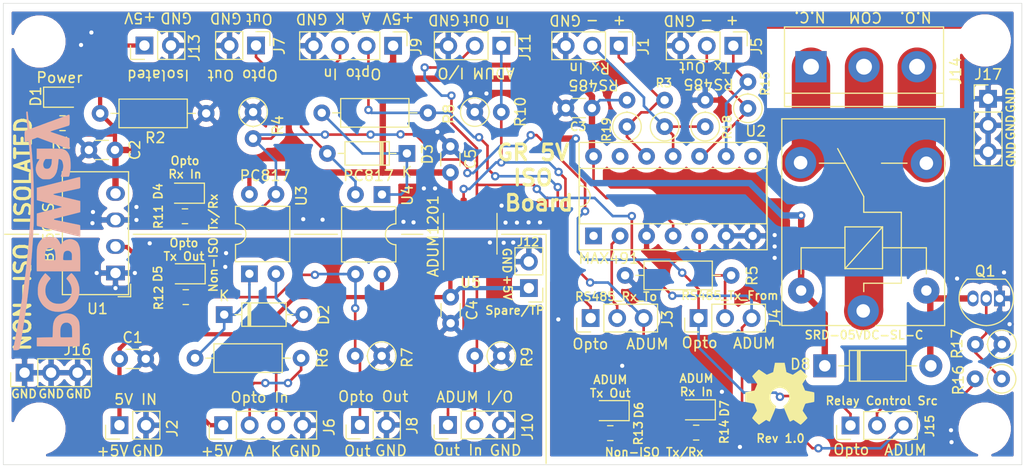
<source format=kicad_pcb>
(kicad_pcb (version 20171130) (host pcbnew "(5.1.2-1)-1")
  (layers (0 F.Cu signal) (31 B.Cu signal) (34 B.Paste user hide) (35 F.Paste user hide) (36 B.SilkS user) (37 F.SilkS user) (38 B.Mask user) (39 F.Mask user) (44 Edge.Cuts user))
  (net 0 "")
  (net 1 GNDREF)
  (net 2 "Net-(D1-Pad2)")
  (net 3 "Net-(D3-Pad2)")
  (net 4 "Net-(D4-Pad2)")
  (net 5 "Net-(D5-Pad2)")
  (net 6 "Net-(D6-Pad2)")
  (net 7 "Net-(D7-Pad2)")
  (net 8 "Net-(J3-Pad2)")
  (net 9 "Net-(J4-Pad2)")
  (net 10 "Net-(J5-Pad2)")
  (net 11 "Net-(J6-Pad2)")
  (net 12 +5VD)
  (net 13 GND)
  (net 14 +5V)
  (net 15 "Net-(D2-Pad1)")
  (net 16 "Net-(D3-Pad1)")
  (net 17 "Net-(J1-Pad1)")
  (net 18 "Net-(J1-Pad2)")
  (net 19 /AD_OUT)
  (net 20 /AD_IN)
  (net 21 "Net-(J5-Pad1)")
  (net 22 "Net-(J10-Pad2)")
  (net 23 "Net-(J10-Pad1)")
  (net 24 "Net-(U2-Pad1)")
  (net 25 "Net-(U2-Pad8)")
  (net 26 "Net-(U2-Pad13)")
  (net 27 /OC1_LED)
  (net 28 /OC2_LED)
  (net 29 /OC1_TR)
  (net 30 /OC2_TR)
  (net 31 "Net-(D8-Pad2)")
  (net 32 "Net-(J14-Pad1)")
  (net 33 "Net-(J14-Pad2)")
  (net 34 "Net-(J14-Pad3)")
  (net 35 "Net-(Q1-Pad2)")
  (net 36 "Net-(J15-Pad2)")
  (module "_Custom_Footprints:pcb way logo" (layer B.Cu) (at 37.5158 56.3372 90)
    (fp_text reference G*** hide)
    (fp_text value LOGO hide)
  )
  (module Symbol:OSHW-Symbol_6.7x6mm_SilkScreen (layer F.Cu) (at 108.4072 71.9582)
    (fp_text reference REF** hide)
    (fp_text value OSHW-Symbol_6.7x6mm_SilkScreen hide)
  )
  (module MountingHole:MountingHole_3.5mm (layer F.Cu) (at 37.4904 38.1)
    (fp_text reference REF** hide)
    (fp_text value MountingHole_3.5mm)
    (pad "" np_thru_hole circle (at 0 0.1016) (size 3.500001 3.500001) (drill 3.500001) (layers *.Cu *.Mask))
  )
  (module MountingHole:MountingHole_3.5mm (layer F.Cu) (at 128.048 37.9984)
    (fp_text reference REF** hide)
    (fp_text value MountingHole_3.5mm)
    (pad "" np_thru_hole circle (at 0 0.1016) (size 3.500001 3.500001) (drill 3.500001) (layers *.Cu *.Mask))
  )
  (module MountingHole:MountingHole_3.5mm (layer F.Cu) (at 128.048 75.184)
    (fp_text reference REF** hide)
    (fp_text value MountingHole_3.5mm)
    (pad "" np_thru_hole circle (at 0 0.1016) (size 3.500001 3.500001) (drill 3.500001) (layers *.Cu *.Mask))
  )
  (module MountingHole:MountingHole_3.5mm (layer F.Cu) (at 37.4904 75.2856)
    (fp_text reference REF** hide)
    (fp_text value MountingHole_3.5mm)
    (pad 1 np_thru_hole circle (at 0 0) (size 3.5 3.5) (drill 3.5) (layers *.Cu *.Mask))
  )
  (module Connector_PinHeader_2.54mm:PinHeader_1x04_P2.54mm_Vertical (layer F.Cu) (at 71.374 38.608 270)
    (fp_text reference J9 (at 0.0762 -2.2098 270) (layer F.SilkS))
    (fp_text value Conn_01x04)
    (pad 1 thru_hole rect (at 0 0 270) (size 1.7 1.7) (drill 1) (layers *.Cu *.Mask) (net 14 +5V))
    (pad 2 thru_hole oval (at 0 2.54 270) (size 1.7 1.7) (drill 1) (layers *.Cu *.Mask) (net 28 /OC2_LED))
    (pad 3 thru_hole oval (at 0 5.08 270) (size 1.7 1.7) (drill 1) (layers *.Cu *.Mask) (net 3 "Net-(D3-Pad2)"))
    (pad 4 thru_hole oval (at 0 7.62 270) (size 1.7 1.7) (drill 1) (layers *.Cu *.Mask) (net 13 GND))
  )
  (module Capacitor_THT:C_Disc_D3.0mm_W1.6mm_P2.50mm (layer F.Cu) (at 45.1758 68.6054)
    (fp_text reference C1 (at 1.25 -2.05) (layer F.SilkS))
    (fp_text value 100nF)
    (pad 2 thru_hole circle (at 2.5 0) (size 1.6 1.6) (drill 0.8) (layers *.Cu *.Mask) (net 1 GNDREF))
    (pad 1 thru_hole circle (at 0 0) (size 1.6 1.6) (drill 0.8) (layers *.Cu *.Mask) (net 12 +5VD))
  )
  (module Capacitor_THT:C_Disc_D3.0mm_W1.6mm_P2.50mm (layer F.Cu) (at 44.7294 48.5902 180)
    (fp_text reference C2 (at -1.905 0 90) (layer F.SilkS))
    (fp_text value 100nF)
    (pad 2 thru_hole circle (at 2.5 0 180) (size 1.6 1.6) (drill 0.8) (layers *.Cu *.Mask) (net 13 GND))
    (pad 1 thru_hole circle (at 0 0 180) (size 1.6 1.6) (drill 0.8) (layers *.Cu *.Mask) (net 14 +5V))
  )
  (module Capacitor_THT:C_Disc_D3.0mm_W1.6mm_P2.50mm (layer F.Cu) (at 90.424 44.577 180)
    (fp_text reference C3 (at 1.3208 -1.778) (layer F.SilkS) (effects (font (size 0.8 0.8))))
    (fp_text value 100nF)
    (pad 1 thru_hole circle (at 0 0 180) (size 1.6 1.6) (drill 0.8) (layers *.Cu *.Mask) (net 14 +5V))
    (pad 2 thru_hole circle (at 2.5 0 180) (size 1.6 1.6) (drill 0.8) (layers *.Cu *.Mask) (net 13 GND))
  )
  (module Capacitor_THT:C_Disc_D3.0mm_W1.6mm_P2.50mm (layer F.Cu) (at 76.8858 62.6872 270)
    (fp_text reference C4 (at 1.25 -2.05 90) (layer F.SilkS))
    (fp_text value 100nF)
    (pad 1 thru_hole circle (at 0 0 270) (size 1.6 1.6) (drill 0.8) (layers *.Cu *.Mask) (net 12 +5VD))
    (pad 2 thru_hole circle (at 2.5 0 270) (size 1.6 1.6) (drill 0.8) (layers *.Cu *.Mask) (net 1 GNDREF))
  )
  (module Capacitor_THT:C_Disc_D3.0mm_W1.6mm_P2.50mm (layer F.Cu) (at 76.8604 50.7492 90)
    (fp_text reference C5 (at 1.2954 1.9304 90) (layer F.SilkS))
    (fp_text value 100nF)
    (pad 1 thru_hole circle (at 0 0 90) (size 1.6 1.6) (drill 0.8) (layers *.Cu *.Mask) (net 14 +5V))
    (pad 2 thru_hole circle (at 2.5 0 90) (size 1.6 1.6) (drill 0.8) (layers *.Cu *.Mask) (net 13 GND))
  )
  (module LED_SMD:LED_0805_2012Metric_Pad1.15x1.40mm_HandSolder (layer F.Cu) (at 39.751 43.5356)
    (fp_text reference D1 (at -2.6072 -0.0762 270) (layer F.SilkS))
    (fp_text value LED_Small_ALT)
    (pad 1 smd roundrect (at -1.025 0) (size 1.15 1.4) (layers F.Cu F.Paste F.Mask) (roundrect_rratio 0.217391) (net 13 GND))
    (pad 2 smd roundrect (at 1.025 0) (size 1.15 1.4) (layers F.Cu F.Paste F.Mask) (roundrect_rratio 0.217391) (net 2 "Net-(D1-Pad2)"))
  )
  (module Diode_THT:D_DO-35_SOD27_P7.62mm_Horizontal (layer F.Cu) (at 55.1942 64.3636)
    (fp_text reference D2 (at 9.525 0.0254 90) (layer F.SilkS))
    (fp_text value 1N4148)
    (fp_text user K (at 0 -1.8) (layer F.SilkS))
    (pad 2 thru_hole oval (at 7.62 0) (size 1.6 1.6) (drill 0.8) (layers *.Cu *.Mask) (net 27 /OC1_LED))
    (pad 1 thru_hole rect (at 0 0) (size 1.6 1.6) (drill 0.8) (layers *.Cu *.Mask) (net 15 "Net-(D2-Pad1)"))
  )
  (module Diode_THT:D_DO-35_SOD27_P7.62mm_Horizontal (layer F.Cu) (at 72.6948 48.9204 180)
    (fp_text reference D3 (at -1.9558 -0.0762 90) (layer F.SilkS))
    (fp_text value 1N4148)
    (fp_text user K (at 0 -1.8) (layer F.SilkS))
    (pad 1 thru_hole rect (at 0 0 180) (size 1.6 1.6) (drill 0.8) (layers *.Cu *.Mask) (net 16 "Net-(D3-Pad1)"))
    (pad 2 thru_hole oval (at 7.62 0 180) (size 1.6 1.6) (drill 0.8) (layers *.Cu *.Mask) (net 3 "Net-(D3-Pad2)"))
  )
  (module Connector_PinHeader_2.54mm:PinHeader_1x03_P2.54mm_Vertical (layer F.Cu) (at 92.9894 38.608 270)
    (fp_text reference J1 (at 0.0762 -2.3622 270) (layer F.SilkS))
    (fp_text value Conn_01x03)
    (pad 1 thru_hole rect (at 0 0 270) (size 1.7 1.7) (drill 1) (layers *.Cu *.Mask) (net 17 "Net-(J1-Pad1)"))
    (pad 2 thru_hole oval (at 0 2.54 270) (size 1.7 1.7) (drill 1) (layers *.Cu *.Mask) (net 18 "Net-(J1-Pad2)"))
    (pad 3 thru_hole oval (at 0 5.08 270) (size 1.7 1.7) (drill 1) (layers *.Cu *.Mask) (net 13 GND))
  )
  (module Connector_PinHeader_2.54mm:PinHeader_1x02_P2.54mm_Vertical (layer F.Cu) (at 45.1612 74.9554 90)
    (fp_text reference J2 (at -0.3048 5.0546 270) (layer F.SilkS))
    (fp_text value Conn_01x02)
    (pad 2 thru_hole oval (at 0 2.54 90) (size 1.7 1.7) (drill 1) (layers *.Cu *.Mask) (net 1 GNDREF))
    (pad 1 thru_hole rect (at 0 0 90) (size 1.7 1.7) (drill 1) (layers *.Cu *.Mask) (net 12 +5VD))
  )
  (module Connector_PinHeader_2.54mm:PinHeader_1x03_P2.54mm_Vertical (layer F.Cu) (at 90.297 64.6938 90)
    (fp_text reference J3 (at -0.0762 7.3406 270) (layer F.SilkS))
    (fp_text value Conn_01x03)
    (pad 3 thru_hole oval (at 0 5.08 90) (size 1.7 1.7) (drill 1) (layers *.Cu *.Mask) (net 20 /AD_IN))
    (pad 2 thru_hole oval (at 0 2.54 90) (size 1.7 1.7) (drill 1) (layers *.Cu *.Mask) (net 8 "Net-(J3-Pad2)"))
    (pad 1 thru_hole rect (at 0 0 90) (size 1.7 1.7) (drill 1) (layers *.Cu *.Mask) (net 28 /OC2_LED))
  )
  (module Connector_PinHeader_2.54mm:PinHeader_1x03_P2.54mm_Vertical (layer F.Cu) (at 100.6348 64.6938 90)
    (fp_text reference J4 (at 0.0508 7.3406 270) (layer F.SilkS))
    (fp_text value Conn_01x03)
    (pad 1 thru_hole rect (at 0 0 90) (size 1.7 1.7) (drill 1) (layers *.Cu *.Mask) (net 29 /OC1_TR))
    (pad 2 thru_hole oval (at 0 2.54 90) (size 1.7 1.7) (drill 1) (layers *.Cu *.Mask) (net 9 "Net-(J4-Pad2)"))
    (pad 3 thru_hole oval (at 0 5.08 90) (size 1.7 1.7) (drill 1) (layers *.Cu *.Mask) (net 19 /AD_OUT))
  )
  (module Connector_PinHeader_2.54mm:PinHeader_1x03_P2.54mm_Vertical (layer F.Cu) (at 103.9622 38.608 270)
    (fp_text reference J5 (at 0.0508 -2.2352 270) (layer F.SilkS))
    (fp_text value Conn_01x03)
    (pad 3 thru_hole oval (at 0 5.08 270) (size 1.7 1.7) (drill 1) (layers *.Cu *.Mask) (net 13 GND))
    (pad 2 thru_hole oval (at 0 2.54 270) (size 1.7 1.7) (drill 1) (layers *.Cu *.Mask) (net 10 "Net-(J5-Pad2)"))
    (pad 1 thru_hole rect (at 0 0 270) (size 1.7 1.7) (drill 1) (layers *.Cu *.Mask) (net 21 "Net-(J5-Pad1)"))
  )
  (module Connector_PinHeader_2.54mm:PinHeader_1x04_P2.54mm_Vertical (layer F.Cu) (at 55.0926 74.9554 90)
    (fp_text reference J6 (at -0.1778 10.16 270) (layer F.SilkS))
    (fp_text value Conn_01x04)
    (pad 1 thru_hole rect (at 0 0 90) (size 1.7 1.7) (drill 1) (layers *.Cu *.Mask) (net 12 +5VD))
    (pad 2 thru_hole oval (at 0 2.54 90) (size 1.7 1.7) (drill 1) (layers *.Cu *.Mask) (net 11 "Net-(J6-Pad2)"))
    (pad 3 thru_hole oval (at 0 5.08 90) (size 1.7 1.7) (drill 1) (layers *.Cu *.Mask) (net 27 /OC1_LED))
    (pad 4 thru_hole oval (at 0 7.62 90) (size 1.7 1.7) (drill 1) (layers *.Cu *.Mask) (net 1 GNDREF))
  )
  (module Connector_PinHeader_2.54mm:PinHeader_1x02_P2.54mm_Vertical (layer F.Cu) (at 58.2422 38.5826 270)
    (fp_text reference J7 (at 0.0508 -2.2352 270) (layer F.SilkS))
    (fp_text value Conn_01x02)
    (pad 1 thru_hole rect (at 0 0 270) (size 1.7 1.7) (drill 1) (layers *.Cu *.Mask) (net 29 /OC1_TR))
    (pad 2 thru_hole oval (at 0 2.54 270) (size 1.7 1.7) (drill 1) (layers *.Cu *.Mask) (net 13 GND))
  )
  (module Connector_PinHeader_2.54mm:PinHeader_1x02_P2.54mm_Vertical (layer F.Cu) (at 68.199 74.93 90)
    (fp_text reference J8 (at -0.0762 5.0038 270) (layer F.SilkS))
    (fp_text value Conn_01x02)
    (pad 1 thru_hole rect (at 0 0 90) (size 1.7 1.7) (drill 1) (layers *.Cu *.Mask) (net 30 /OC2_TR))
    (pad 2 thru_hole oval (at 0 2.54 90) (size 1.7 1.7) (drill 1) (layers *.Cu *.Mask) (net 1 GNDREF))
  )
  (module Connector_PinHeader_2.54mm:PinHeader_1x03_P2.54mm_Vertical (layer F.Cu) (at 76.6318 74.93 90)
    (fp_text reference J10 (at -0.1524 7.62 270) (layer F.SilkS))
    (fp_text value Conn_01x03)
    (pad 3 thru_hole oval (at 0 5.08 90) (size 1.7 1.7) (drill 1) (layers *.Cu *.Mask) (net 1 GNDREF))
    (pad 2 thru_hole oval (at 0 2.54 90) (size 1.7 1.7) (drill 1) (layers *.Cu *.Mask) (net 22 "Net-(J10-Pad2)"))
    (pad 1 thru_hole rect (at 0 0 90) (size 1.7 1.7) (drill 1) (layers *.Cu *.Mask) (net 23 "Net-(J10-Pad1)"))
  )
  (module Connector_PinHeader_2.54mm:PinHeader_1x03_P2.54mm_Vertical (layer F.Cu) (at 81.7372 38.608 270)
    (fp_text reference J11 (at 0.1524 -2.286 270) (layer F.SilkS))
    (fp_text value Conn_01x03)
    (pad 1 thru_hole rect (at 0 0 270) (size 1.7 1.7) (drill 1) (layers *.Cu *.Mask) (net 20 /AD_IN))
    (pad 2 thru_hole oval (at 0 2.54 270) (size 1.7 1.7) (drill 1) (layers *.Cu *.Mask) (net 19 /AD_OUT))
    (pad 3 thru_hole oval (at 0 5.08 270) (size 1.7 1.7) (drill 1) (layers *.Cu *.Mask) (net 13 GND))
  )
  (module Connector_PinHeader_2.54mm:PinHeader_1x02_P2.54mm_Vertical (layer F.Cu) (at 84.3788 61.8236 180)
    (fp_text reference J12 (at 0.0762 4.4196 180) (layer F.SilkS) (effects (font (size 0.8 0.8))))
    (fp_text value Conn_01x02)
    (pad 2 thru_hole oval (at 0 2.54 180) (size 1.7 1.7) (drill 1) (layers *.Cu *.Mask) (net 1 GNDREF))
    (pad 1 thru_hole rect (at 0 0 180) (size 1.7 1.7) (drill 1) (layers *.Cu *.Mask) (net 12 +5VD))
  )
  (module Connector_PinHeader_2.54mm:PinHeader_1x02_P2.54mm_Vertical (layer F.Cu) (at 47.5488 38.5826 90)
    (fp_text reference J13 (at -0.2286 4.7752 270) (layer F.SilkS))
    (fp_text value Conn_01x02)
    (pad 1 thru_hole rect (at 0 0 90) (size 1.7 1.7) (drill 1) (layers *.Cu *.Mask) (net 14 +5V))
    (pad 2 thru_hole oval (at 0 2.54 90) (size 1.7 1.7) (drill 1) (layers *.Cu *.Mask) (net 13 GND))
  )
  (module Converter_DCDC:Converter_DCDC_muRata_CRE1xxxxxx3C_THT (layer F.Cu) (at 44.7802 60.3758 180)
    (fp_text reference U1 (at 1.7272 -3.429) (layer F.SilkS))
    (fp_text value B0505S)
    (pad 4 thru_hole oval (at 0 7.62 90) (size 1.4 1.8) (drill 1) (layers *.Cu *.Mask) (net 14 +5V))
    (pad 3 thru_hole oval (at 0 5.08 90) (size 1.4 1.8) (drill 1) (layers *.Cu *.Mask) (net 13 GND))
    (pad 2 thru_hole oval (at 0 2.54 90) (size 1.4 1.8) (drill 1) (layers *.Cu *.Mask) (net 12 +5VD))
    (pad 1 thru_hole rect (at 0 0 90) (size 1.4 1.8) (drill 1) (layers *.Cu *.Mask) (net 1 GNDREF))
  )
  (module Package_DIP:DIP-14_W7.62mm_Socket (layer F.Cu) (at 90.5764 56.8198 90)
    (fp_text reference U2 (at 10.033 15.5448 180) (layer F.SilkS))
    (fp_text value MAX491E)
    (pad 1 thru_hole rect (at 0 0 90) (size 1.6 1.6) (drill 0.8) (layers *.Cu *.Mask) (net 24 "Net-(U2-Pad1)"))
    (pad 8 thru_hole oval (at 7.62 15.24 90) (size 1.6 1.6) (drill 0.8) (layers *.Cu *.Mask) (net 25 "Net-(U2-Pad8)"))
    (pad 2 thru_hole oval (at 0 2.54 90) (size 1.6 1.6) (drill 0.8) (layers *.Cu *.Mask) (net 8 "Net-(J3-Pad2)"))
    (pad 9 thru_hole oval (at 7.62 12.7 90) (size 1.6 1.6) (drill 0.8) (layers *.Cu *.Mask) (net 21 "Net-(J5-Pad1)"))
    (pad 3 thru_hole oval (at 0 5.08 90) (size 1.6 1.6) (drill 0.8) (layers *.Cu *.Mask) (net 13 GND))
    (pad 10 thru_hole oval (at 7.62 10.16 90) (size 1.6 1.6) (drill 0.8) (layers *.Cu *.Mask) (net 10 "Net-(J5-Pad2)"))
    (pad 4 thru_hole oval (at 0 7.62 90) (size 1.6 1.6) (drill 0.8) (layers *.Cu *.Mask) (net 14 +5V))
    (pad 11 thru_hole oval (at 7.62 7.62 90) (size 1.6 1.6) (drill 0.8) (layers *.Cu *.Mask) (net 18 "Net-(J1-Pad2)"))
    (pad 5 thru_hole oval (at 0 10.16 90) (size 1.6 1.6) (drill 0.8) (layers *.Cu *.Mask) (net 9 "Net-(J4-Pad2)"))
    (pad 12 thru_hole oval (at 7.62 5.08 90) (size 1.6 1.6) (drill 0.8) (layers *.Cu *.Mask) (net 17 "Net-(J1-Pad1)"))
    (pad 6 thru_hole oval (at 0 12.7 90) (size 1.6 1.6) (drill 0.8) (layers *.Cu *.Mask) (net 13 GND))
    (pad 13 thru_hole oval (at 7.62 2.54 90) (size 1.6 1.6) (drill 0.8) (layers *.Cu *.Mask) (net 26 "Net-(U2-Pad13)"))
    (pad 7 thru_hole oval (at 0 15.24 90) (size 1.6 1.6) (drill 0.8) (layers *.Cu *.Mask) (net 13 GND))
    (pad 14 thru_hole oval (at 7.62 0 90) (size 1.6 1.6) (drill 0.8) (layers *.Cu *.Mask) (net 14 +5V))
  )
  (module Package_DIP:DIP-4_W7.62mm (layer F.Cu) (at 57.6072 60.452 90)
    (fp_text reference U3 (at 7.4676 4.9784 90) (layer F.SilkS))
    (fp_text value PC817)
    (pad 1 thru_hole rect (at 0 0 90) (size 1.6 1.6) (drill 0.8) (layers *.Cu *.Mask) (net 15 "Net-(D2-Pad1)"))
    (pad 3 thru_hole oval (at 7.62 2.54 90) (size 1.6 1.6) (drill 0.8) (layers *.Cu *.Mask) (net 29 /OC1_TR))
    (pad 2 thru_hole oval (at 0 2.54 90) (size 1.6 1.6) (drill 0.8) (layers *.Cu *.Mask) (net 27 /OC1_LED))
    (pad 4 thru_hole oval (at 7.62 0 90) (size 1.6 1.6) (drill 0.8) (layers *.Cu *.Mask) (net 14 +5V))
  )
  (module Package_DIP:DIP-4_W7.62mm (layer F.Cu) (at 70.3072 52.8574 270)
    (fp_text reference U4 (at 0.0762 -2.4384 270) (layer F.SilkS))
    (fp_text value PC817)
    (pad 4 thru_hole oval (at 7.62 0 270) (size 1.6 1.6) (drill 0.8) (layers *.Cu *.Mask) (net 12 +5VD))
    (pad 2 thru_hole oval (at 0 2.54 270) (size 1.6 1.6) (drill 0.8) (layers *.Cu *.Mask) (net 3 "Net-(D3-Pad2)"))
    (pad 3 thru_hole oval (at 7.62 2.54 270) (size 1.6 1.6) (drill 0.8) (layers *.Cu *.Mask) (net 30 /OC2_TR))
    (pad 1 thru_hole rect (at 0 0 270) (size 1.6 1.6) (drill 0.8) (layers *.Cu *.Mask) (net 16 "Net-(D3-Pad1)"))
  )
  (module Package_SO:SOIC-8_3.9x4.9mm_P1.27mm (layer F.Cu) (at 78.7654 56.6166 90)
    (fp_text reference U5 (at -4.6482 0.0254 180) (layer F.SilkS))
    (fp_text value ADuM1201AR)
    (pad 1 smd roundrect (at -2.475 -1.905 90) (size 1.95 0.6) (layers F.Cu F.Paste F.Mask) (net 12 +5VD))
    (pad 2 smd roundrect (at -2.475 -0.635 90) (size 1.95 0.6) (layers F.Cu F.Paste F.Mask) (net 23 "Net-(J10-Pad1)"))
    (pad 3 smd roundrect (at -2.475 0.635 90) (size 1.95 0.6) (layers F.Cu F.Paste F.Mask) (net 22 "Net-(J10-Pad2)"))
    (pad 4 smd roundrect (at -2.475 1.905 90) (size 1.95 0.6) (layers F.Cu F.Paste F.Mask) (net 1 GNDREF))
    (pad 5 smd roundrect (at 2.475 1.905 90) (size 1.95 0.6) (layers F.Cu F.Paste F.Mask) (net 13 GND))
    (pad 6 smd roundrect (at 2.475 0.635 90) (size 1.95 0.6) (layers F.Cu F.Paste F.Mask) (net 19 /AD_OUT))
    (pad 7 smd roundrect (at 2.475 -0.635 90) (size 1.95 0.6) (layers F.Cu F.Paste F.Mask) (net 20 /AD_IN))
    (pad 8 smd roundrect (at 2.475 -1.905 90) (size 1.95 0.6) (layers F.Cu F.Paste F.Mask) (net 14 +5V))
  )
  (module LED_SMD:LED_0805_2012Metric_Pad1.15x1.40mm_HandSolder (layer F.Cu) (at 51.435 52.7304 180)
    (fp_text reference D4 (at 2.5654 0.1778 90) (layer F.SilkS) (effects (font (size 0.8 0.8))))
    (fp_text value LED_Small_ALT)
    (pad 1 smd roundrect (at -1.025 0 180) (size 1.15 1.4) (layers F.Cu F.Paste F.Mask) (roundrect_rratio 0.217391) (net 13 GND))
    (pad 2 smd roundrect (at 1.025 0 180) (size 1.15 1.4) (layers F.Cu F.Paste F.Mask) (roundrect_rratio 0.217391) (net 4 "Net-(D4-Pad2)"))
  )
  (module LED_SMD:LED_0805_2012Metric_Pad1.15x1.40mm_HandSolder (layer F.Cu) (at 51.5112 60.452 180)
    (fp_text reference D5 (at 2.667 0 270) (layer F.SilkS) (effects (font (size 0.8 0.8))))
    (fp_text value LED_Small_ALT)
    (pad 2 smd roundrect (at 1.025 0 180) (size 1.15 1.4) (layers F.Cu F.Paste F.Mask) (roundrect_rratio 0.217391) (net 5 "Net-(D5-Pad2)"))
    (pad 1 smd roundrect (at -1.025 0 180) (size 1.15 1.4) (layers F.Cu F.Paste F.Mask) (roundrect_rratio 0.217391) (net 1 GNDREF))
  )
  (module LED_SMD:LED_0805_2012Metric_Pad1.15x1.40mm_HandSolder (layer F.Cu) (at 92.1258 73.5584 180)
    (fp_text reference D6 (at -2.794 0.0508 90) (layer F.SilkS) (effects (font (size 0.8 0.8))))
    (fp_text value LED_Small_ALT)
    (pad 1 smd roundrect (at -1.025 0 180) (size 1.15 1.4) (layers F.Cu F.Paste F.Mask) (roundrect_rratio 0.217391) (net 13 GND))
    (pad 2 smd roundrect (at 1.025 0 180) (size 1.15 1.4) (layers F.Cu F.Paste F.Mask) (roundrect_rratio 0.217391) (net 6 "Net-(D6-Pad2)"))
  )
  (module LED_SMD:LED_0805_2012Metric_Pad1.15x1.40mm_HandSolder (layer F.Cu) (at 100.3808 73.4822 180)
    (fp_text reference D7 (at -2.7432 0.127 90) (layer F.SilkS) (effects (font (size 0.8 0.8))))
    (fp_text value LED_Small_ALT)
    (pad 2 smd roundrect (at 1.025 0 180) (size 1.15 1.4) (layers F.Cu F.Paste F.Mask) (roundrect_rratio 0.217391) (net 7 "Net-(D7-Pad2)"))
    (pad 1 smd roundrect (at -1.025 0 180) (size 1.15 1.4) (layers F.Cu F.Paste F.Mask) (roundrect_rratio 0.217391) (net 13 GND))
  )
  (module Resistor_SMD:R_0805_2012Metric_Pad1.15x1.40mm_HandSolder (layer F.Cu) (at 39.7092 46.0248 180)
    (fp_text reference R1 (at 0.136 -1.905) (layer F.SilkS))
    (fp_text value 1K)
    (pad 2 smd roundrect (at 1.025 0 180) (size 1.15 1.4) (layers F.Cu F.Paste F.Mask) (roundrect_rratio 0.217391) (net 14 +5V))
    (pad 1 smd roundrect (at -1.025 0 180) (size 1.15 1.4) (layers F.Cu F.Paste F.Mask) (roundrect_rratio 0.217391) (net 2 "Net-(D1-Pad2)"))
  )
  (module Resistor_SMD:R_0805_2012Metric_Pad1.15x1.40mm_HandSolder (layer F.Cu) (at 51.435 54.9402)
    (fp_text reference R11 (at -2.54 0.0508 90) (layer F.SilkS) (effects (font (size 0.8 0.8))))
    (fp_text value 1K)
    (pad 1 smd roundrect (at -1.025 0) (size 1.15 1.4) (layers F.Cu F.Paste F.Mask) (roundrect_rratio 0.217391) (net 4 "Net-(D4-Pad2)"))
    (pad 2 smd roundrect (at 1.025 0) (size 1.15 1.4) (layers F.Cu F.Paste F.Mask) (roundrect_rratio 0.217391) (net 29 /OC1_TR))
  )
  (module Resistor_SMD:R_0805_2012Metric_Pad1.15x1.40mm_HandSolder (layer F.Cu) (at 51.5112 62.6872)
    (fp_text reference R12 (at -2.5908 0.0762 270) (layer F.SilkS) (effects (font (size 0.8 0.8))))
    (fp_text value 1K)
    (pad 2 smd roundrect (at 1.025 0) (size 1.15 1.4) (layers F.Cu F.Paste F.Mask) (roundrect_rratio 0.217391) (net 30 /OC2_TR))
    (pad 1 smd roundrect (at -1.025 0) (size 1.15 1.4) (layers F.Cu F.Paste F.Mask) (roundrect_rratio 0.217391) (net 5 "Net-(D5-Pad2)"))
  )
  (module Resistor_SMD:R_0805_2012Metric_Pad1.15x1.40mm_HandSolder (layer F.Cu) (at 92.1766 75.7174)
    (fp_text reference R13 (at 2.6924 0 90) (layer F.SilkS) (effects (font (size 0.8 0.8))))
    (fp_text value 1K)
    (pad 1 smd roundrect (at -1.025 0) (size 1.15 1.4) (layers F.Cu F.Paste F.Mask) (roundrect_rratio 0.217391) (net 6 "Net-(D6-Pad2)"))
    (pad 2 smd roundrect (at 1.025 0) (size 1.15 1.4) (layers F.Cu F.Paste F.Mask) (roundrect_rratio 0.217391) (net 20 /AD_IN))
  )
  (module Resistor_SMD:R_0805_2012Metric_Pad1.15x1.40mm_HandSolder (layer F.Cu) (at 100.4062 75.6666)
    (fp_text reference R14 (at 2.6924 -0.0762 90) (layer F.SilkS) (effects (font (size 0.8 0.8))))
    (fp_text value 1K)
    (pad 1 smd roundrect (at -1.025 0) (size 1.15 1.4) (layers F.Cu F.Paste F.Mask) (roundrect_rratio 0.217391) (net 7 "Net-(D7-Pad2)"))
    (pad 2 smd roundrect (at 1.025 0) (size 1.15 1.4) (layers F.Cu F.Paste F.Mask) (roundrect_rratio 0.217391) (net 19 /AD_OUT))
  )
  (module Resistor_THT:R_Axial_DIN0207_L6.3mm_D2.5mm_P2.54mm_Vertical (layer F.Cu) (at 97.3836 46.355 90)
    (fp_text reference R3 (at 4.191 -0.0762 180) (layer F.SilkS) (effects (font (size 0.8 0.8))))
    (fp_text value 120r)
    (pad 2 thru_hole oval (at 2.54 0 90) (size 1.6 1.6) (drill 0.8) (layers *.Cu *.Mask) (net 17 "Net-(J1-Pad1)"))
    (pad 1 thru_hole circle (at 0 0 90) (size 1.6 1.6) (drill 0.8) (layers *.Cu *.Mask) (net 18 "Net-(J1-Pad2)"))
  )
  (module Resistor_THT:R_Axial_DIN0207_L6.3mm_D2.5mm_P2.54mm_Vertical (layer F.Cu) (at 57.9628 44.958 270)
    (fp_text reference R4 (at 1.27 -2.37 90) (layer F.SilkS))
    (fp_text value 100K)
    (pad 1 thru_hole circle (at 0 0 270) (size 1.6 1.6) (drill 0.8) (layers *.Cu *.Mask) (net 13 GND))
    (pad 2 thru_hole oval (at 2.54 0 270) (size 1.6 1.6) (drill 0.8) (layers *.Cu *.Mask) (net 29 /OC1_TR))
  )
  (module Resistor_THT:R_Axial_DIN0207_L6.3mm_D2.5mm_P2.54mm_Vertical (layer F.Cu) (at 70.2818 68.326 180)
    (fp_text reference R7 (at -2.4384 -0.1524 90) (layer F.SilkS))
    (fp_text value 100K)
    (pad 2 thru_hole oval (at 2.54 0 180) (size 1.6 1.6) (drill 0.8) (layers *.Cu *.Mask) (net 30 /OC2_TR))
    (pad 1 thru_hole circle (at 0 0 180) (size 1.6 1.6) (drill 0.8) (layers *.Cu *.Mask) (net 1 GNDREF))
  )
  (module Resistor_THT:R_Axial_DIN0207_L6.3mm_D2.5mm_P2.54mm_Vertical (layer F.Cu) (at 81.7372 68.326 180)
    (fp_text reference R9 (at -2.4638 -0.1016 90) (layer F.SilkS))
    (fp_text value 100K)
    (pad 1 thru_hole circle (at 0 0 180) (size 1.6 1.6) (drill 0.8) (layers *.Cu *.Mask) (net 1 GNDREF))
    (pad 2 thru_hole oval (at 2.54 0 180) (size 1.6 1.6) (drill 0.8) (layers *.Cu *.Mask) (net 22 "Net-(J10-Pad2)"))
  )
  (module Resistor_THT:R_Axial_DIN0207_L6.3mm_D2.5mm_P2.54mm_Vertical (layer F.Cu) (at 105.3592 44.6024 90)
    (fp_text reference R15 (at 2.3622 1.651 90) (layer F.SilkS) (effects (font (size 0.8 0.8))))
    (fp_text value 120r)
    (pad 1 thru_hole circle (at 0 0 90) (size 1.6 1.6) (drill 0.8) (layers *.Cu *.Mask) (net 10 "Net-(J5-Pad2)"))
    (pad 2 thru_hole oval (at 2.54 0 90) (size 1.6 1.6) (drill 0.8) (layers *.Cu *.Mask) (net 21 "Net-(J5-Pad1)"))
  )
  (module Resistor_THT:R_Axial_DIN0207_L6.3mm_D2.5mm_P10.16mm_Horizontal (layer F.Cu) (at 53.467 45.085 180)
    (fp_text reference R2 (at 4.8768 -2.3368) (layer F.SilkS))
    (fp_text value 1K)
    (pad 1 thru_hole circle (at 0 0 180) (size 1.6 1.6) (drill 0.8) (layers *.Cu *.Mask) (net 13 GND))
    (pad 2 thru_hole oval (at 10.16 0 180) (size 1.6 1.6) (drill 0.8) (layers *.Cu *.Mask) (net 14 +5V))
  )
  (module Resistor_THT:R_Axial_DIN0207_L6.3mm_D2.5mm_P10.16mm_Horizontal (layer F.Cu) (at 93.599 60.6044)
    (fp_text reference R5 (at 12.1666 0.0254 90) (layer F.SilkS))
    (fp_text value 100K)
    (pad 2 thru_hole oval (at 10.16 0) (size 1.6 1.6) (drill 0.8) (layers *.Cu *.Mask) (net 9 "Net-(J4-Pad2)"))
    (pad 1 thru_hole circle (at 0 0) (size 1.6 1.6) (drill 0.8) (layers *.Cu *.Mask) (net 13 GND))
  )
  (module Resistor_THT:R_Axial_DIN0207_L6.3mm_D2.5mm_P10.16mm_Horizontal (layer F.Cu) (at 52.4002 68.5292)
    (fp_text reference R6 (at 12.192 -0.0254 90) (layer F.SilkS))
    (fp_text value 1K)
    (pad 2 thru_hole oval (at 10.16 0) (size 1.6 1.6) (drill 0.8) (layers *.Cu *.Mask) (net 11 "Net-(J6-Pad2)"))
    (pad 1 thru_hole circle (at 0 0) (size 1.6 1.6) (drill 0.8) (layers *.Cu *.Mask) (net 15 "Net-(D2-Pad1)"))
  )
  (module Resistor_THT:R_Axial_DIN0207_L6.3mm_D2.5mm_P10.16mm_Horizontal (layer F.Cu) (at 74.7014 45.0342 180)
    (fp_text reference R8 (at -2.0066 -0.1016 90) (layer F.SilkS))
    (fp_text value 1K)
    (pad 1 thru_hole circle (at 0 0 180) (size 1.6 1.6) (drill 0.8) (layers *.Cu *.Mask) (net 28 /OC2_LED))
    (pad 2 thru_hole oval (at 10.16 0 180) (size 1.6 1.6) (drill 0.8) (layers *.Cu *.Mask) (net 16 "Net-(D3-Pad1)"))
  )
  (module Resistor_THT:R_Axial_DIN0207_L6.3mm_D2.5mm_P2.54mm_Vertical (layer F.Cu) (at 79.1972 44.958)
    (fp_text reference R10 (at 4.3688 -0.0254 90) (layer F.SilkS))
    (fp_text value 100K)
    (pad 1 thru_hole circle (at 0 0) (size 1.6 1.6) (drill 0.8) (layers *.Cu *.Mask) (net 13 GND))
    (pad 2 thru_hole oval (at 2.54 0) (size 1.6 1.6) (drill 0.8) (layers *.Cu *.Mask) (net 20 /AD_IN))
  )
  (module Relay_THT:Relay_SPDT_SANYOU_SRD_Series_Form_C (layer F.Cu) (at 116.4082 64.008 90)
    (fp_text reference K1 hide)
    (fp_text value SRD-05VDC-SL-C)
    (pad 2 thru_hole circle (at 1.95 6.05 180) (size 2.5 2.5) (drill 1) (layers *.Cu *.Mask) (net 31 "Net-(D8-Pad2)"))
    (pad 3 thru_hole circle (at 14.15 6.05 180) (size 3 3) (drill 1.3) (layers *.Cu *.Mask) (net 34 "Net-(J14-Pad3)"))
    (pad 4 thru_hole circle (at 14.2 -6 180) (size 3 3) (drill 1.3) (layers *.Cu *.Mask) (net 32 "Net-(J14-Pad1)"))
    (pad 5 thru_hole circle (at 1.95 -5.95 180) (size 2.5 2.5) (drill 1) (layers *.Cu *.Mask) (net 14 +5V))
    (pad 1 thru_hole circle (at 0 0 180) (size 3 3) (drill 1.3) (layers *.Cu *.Mask) (net 33 "Net-(J14-Pad2)"))
  )
  (module Diode_THT:D_DO-41_SOD81_P10.16mm_Horizontal (layer F.Cu) (at 112.7252 69.2658)
    (fp_text reference D8 (at -2.3368 -0.1524 180) (layer F.SilkS))
    (fp_text value 1N4001)
    (pad 1 thru_hole rect (at 0 0) (size 2.2 2.2) (drill 1.1) (layers *.Cu *.Mask) (net 14 +5V))
    (pad 2 thru_hole oval (at 10.16 0) (size 2.2 2.2) (drill 1.1) (layers *.Cu *.Mask) (net 31 "Net-(D8-Pad2)"))
  )
  (module TerminalBlock:TerminalBlock_bornier-3_P5.08mm (layer F.Cu) (at 111.4044 40.6146)
    (fp_text reference J14 (at 13.8684 0.4064 90) (layer F.SilkS))
    (fp_text value Screw_Terminal_01x03)
    (pad 1 thru_hole rect (at 0 0) (size 3 3) (drill 1.52) (layers *.Cu *.Mask) (net 32 "Net-(J14-Pad1)"))
    (pad 2 thru_hole circle (at 5.08 0) (size 3 3) (drill 1.52) (layers *.Cu *.Mask) (net 33 "Net-(J14-Pad2)"))
    (pad 3 thru_hole circle (at 10.16 0) (size 3 3) (drill 1.52) (layers *.Cu *.Mask) (net 34 "Net-(J14-Pad3)"))
  )
  (module Package_TO_SOT_THT:TO-92_Inline (layer F.Cu) (at 129.4638 62.8142 180)
    (fp_text reference Q1 (at 1.3716 2.6162) (layer F.SilkS))
    (fp_text value 2N3904)
    (pad 2 thru_hole oval (at 1.27 0 180) (size 1.05 1.5) (drill 0.75) (layers *.Cu *.Mask) (net 35 "Net-(Q1-Pad2)"))
    (pad 3 thru_hole oval (at 2.54 0 180) (size 1.05 1.5) (drill 0.75) (layers *.Cu *.Mask) (net 31 "Net-(D8-Pad2)"))
    (pad 1 thru_hole rect (at 0 0 180) (size 1.05 1.5) (drill 0.75) (layers *.Cu *.Mask) (net 13 GND))
  )
  (module Connector_PinHeader_2.54mm:PinHeader_1x03_P2.54mm_Vertical (layer F.Cu) (at 115.189 74.9808 90)
    (fp_text reference J15 (at -0.0508 7.5946 90) (layer F.SilkS) (effects (font (size 0.8 0.8))))
    (fp_text value Conn_01x03)
    (pad 1 thru_hole rect (at 0 0 90) (size 1.7 1.7) (drill 1) (layers *.Cu *.Mask) (net 29 /OC1_TR))
    (pad 2 thru_hole oval (at 0 2.54 90) (size 1.7 1.7) (drill 1) (layers *.Cu *.Mask) (net 36 "Net-(J15-Pad2)"))
    (pad 3 thru_hole oval (at 0 5.08 90) (size 1.7 1.7) (drill 1) (layers *.Cu *.Mask) (net 19 /AD_OUT))
  )
  (module Resistor_THT:R_Axial_DIN0207_L6.3mm_D2.5mm_P2.54mm_Vertical (layer F.Cu) (at 129.667 70.5104 180)
    (fp_text reference R16 (at 4.1402 -0.127 90) (layer F.SilkS))
    (fp_text value 1K)
    (pad 2 thru_hole oval (at 2.54 0 180) (size 1.6 1.6) (drill 0.8) (layers *.Cu *.Mask) (net 36 "Net-(J15-Pad2)"))
    (pad 1 thru_hole circle (at 0 0 180) (size 1.6 1.6) (drill 0.8) (layers *.Cu *.Mask) (net 35 "Net-(Q1-Pad2)"))
  )
  (module Resistor_THT:R_Axial_DIN0207_L6.3mm_D2.5mm_P2.54mm_Vertical (layer F.Cu) (at 129.6924 67.2084 180)
    (fp_text reference R17 (at 4.2926 0.0508 90) (layer F.SilkS))
    (fp_text value 100K)
    (pad 1 thru_hole circle (at 0 0 180) (size 1.6 1.6) (drill 0.8) (layers *.Cu *.Mask) (net 13 GND))
    (pad 2 thru_hole oval (at 2.54 0 180) (size 1.6 1.6) (drill 0.8) (layers *.Cu *.Mask) (net 35 "Net-(Q1-Pad2)"))
  )
  (module Connector_PinHeader_2.54mm:PinHeader_1x03_P2.54mm_Vertical (layer F.Cu) (at 36.068 69.9262 90)
    (fp_text reference J16 (at 2.1844 5.0546 180) (layer F.SilkS))
    (fp_text value Conn_01x03)
    (pad 3 thru_hole oval (at 0 5.08 90) (size 1.7 1.7) (drill 1) (layers *.Cu *.Mask) (net 1 GNDREF))
    (pad 2 thru_hole oval (at 0 2.54 90) (size 1.7 1.7) (drill 1) (layers *.Cu *.Mask) (net 1 GNDREF))
    (pad 1 thru_hole rect (at 0 0 90) (size 1.7 1.7) (drill 1) (layers *.Cu *.Mask) (net 1 GNDREF))
  )
  (module Connector_PinHeader_2.54mm:PinHeader_1x03_P2.54mm_Vertical (layer F.Cu) (at 128.3716 43.688)
    (fp_text reference J17 (at 0 -2.33) (layer F.SilkS))
    (fp_text value Conn_01x03)
    (pad 1 thru_hole rect (at 0 0) (size 1.7 1.7) (drill 1) (layers *.Cu *.Mask) (net 13 GND))
    (pad 2 thru_hole oval (at 0 2.54) (size 1.7 1.7) (drill 1) (layers *.Cu *.Mask) (net 13 GND))
    (pad 3 thru_hole oval (at 0 5.08) (size 1.7 1.7) (drill 1) (layers *.Cu *.Mask) (net 13 GND))
  )
  (module Resistor_THT:R_Axial_DIN0207_L6.3mm_D2.5mm_P2.54mm_Vertical (layer F.Cu) (at 101.2698 46.355 90)
    (fp_text reference R18 (at -0.0508 2.1082 90) (layer F.SilkS) (effects (font (size 0.8 0.8))))
    (fp_text value 4.7K)
    (pad 2 thru_hole oval (at 2.54 0 90) (size 1.6 1.6) (drill 0.8) (layers *.Cu *.Mask) (net 13 GND))
    (pad 1 thru_hole circle (at 0 0 90) (size 1.6 1.6) (drill 0.8) (layers *.Cu *.Mask) (net 18 "Net-(J1-Pad2)"))
  )
  (module Resistor_THT:R_Axial_DIN0207_L6.3mm_D2.5mm_P2.54mm_Vertical (layer F.Cu) (at 93.7768 46.355 90)
    (fp_text reference R19 (at -0.2794 -1.9558 270) (layer F.SilkS) (effects (font (size 0.8 0.8))))
    (fp_text value 4.7K)
    (pad 1 thru_hole circle (at 0 0 90) (size 1.6 1.6) (drill 0.8) (layers *.Cu *.Mask) (net 17 "Net-(J1-Pad1)"))
    (pad 2 thru_hole oval (at 2.54 0 90) (size 1.6 1.6) (drill 0.8) (layers *.Cu *.Mask) (net 14 +5V))
  )
  (gr_text GND (at 130.5306 43.815 90) (layer F.SilkS) (effects (font (size 0.8 0.8))))
  (gr_text GND (at 130.5306 46.4312 90) (layer F.SilkS) (effects (font (size 0.8 0.8))))
  (gr_text GND (at 130.5814 49.022 90) (layer F.SilkS) (effects (font (size 0.8 0.8))))
  (gr_text GND (at 41.2496 71.9582) (layer F.SilkS) (effects (font (size 0.8 0.8))))
  (gr_text GND (at 38.6334 71.9582) (layer F.SilkS) (effects (font (size 0.8 0.8))))
  (gr_text GND (at 36.0172 71.9582) (layer F.SilkS) (effects (font (size 0.8 0.8))))
  (gr_text NON-ISO (at 35.8902 62.6872 90) (layer F.SilkS) (effects (font (size 1.5 1.5) (thickness 0.3))))
  (gr_text "Relay Control Src" (at 118.1862 72.6186) (layer F.SilkS) (effects (font (size 0.8 0.8))))
  (gr_text ADUM (at 120.4468 77.343) (layer F.SilkS) (effects (font (size 1 1))))
  (gr_text Opto (at 115.2652 77.2922) (layer F.SilkS) (effects (font (size 1 1))))
  (gr_text N.C. (at 111.3028 35.8648 180) (layer F.SilkS) (effects (font (size 1 1))))
  (gr_text N.O. (at 121.4374 35.8902 180) (layer F.SilkS) (effects (font (size 1 1))))
  (gr_text COM (at 116.6114 35.8902 180) (layer F.SilkS) (effects (font (size 1 1))))
  (gr_text SRD-05VDC-SL-C (at 116.4844 66.3194) (layer F.SilkS) (effects (font (size 0.8 0.8))))
  (gr_text Spare/TP (at 83.0326 63.9572) (layer F.SilkS) (effects (font (size 0.8 0.8))))
  (gr_text "Rev 1.0" (at 108.4834 76.2254) (layer F.SilkS) (effects (font (size 0.8 0.8))))
  (gr_line (start 86.0298 60.0964) (end 86.0298 56.6674) (layer F.SilkS) (width 0.12))
  (gr_line (start 86.0298 63.9064) (end 86.0298 59.9948) (layer F.SilkS) (width 0.12))
  (gr_line (start 81.7626 56.6674) (end 86.0044 56.6674) (layer F.SilkS) (width 0.12))
  (gr_line (start 72.1868 56.6674) (end 74.2188 56.6674) (layer F.SilkS) (width 0.12))
  (gr_line (start 61.9252 56.6674) (end 66.04 56.6674) (layer F.SilkS) (width 0.12))
  (gr_line (start 86.0298 78.613) (end 86.0298 63.9064) (layer F.SilkS) (width 0.12))
  (gr_line (start 46.482 56.6674) (end 56.8198 56.6674) (layer F.SilkS) (width 0.12))
  (gr_line (start 39.3954 56.6674) (end 39.0398 56.6674) (layer F.SilkS) (width 0.12))
  (gr_line (start 34.163 56.6674) (end 37.4142 56.6674) (layer F.SilkS) (width 0.12))
  (gr_text ISOLATED (at 35.941 50.5714 90) (layer F.SilkS) (effects (font (size 1.5 1.5) (thickness 0.3))))
  (gr_text "Non-ISO Tx/Rx" (at 54.1528 57.5056 90) (layer F.SilkS) (effects (font (size 0.8 0.8))))
  (gr_text "Non-ISO Tx/Rx" (at 96.3676 77.5462) (layer F.SilkS) (effects (font (size 0.8 0.8))))
  (gr_text "ADUM\nRx In" (at 100.4316 71.12) (layer F.SilkS) (effects (font (size 0.8 0.8))))
  (gr_text "ADUM\nTx Out" (at 92.1766 71.247) (layer F.SilkS) (effects (font (size 0.8 0.8))))
  (gr_text Power (at 39.4208 41.656) (layer F.SilkS) (effects (font (size 1 1))))
  (gr_text "Opto\nTx Out" (at 51.3334 58.1406) (layer F.SilkS) (effects (font (size 0.8 0.8))))
  (gr_text "Opto\nRx In" (at 51.435 50.2666) (layer F.SilkS) (effects (font (size 0.8 0.8))))
  (gr_text PC817 (at 69.0118 51.054) (layer F.SilkS) (effects (font (size 1 1))))
  (gr_text PC817 (at 59.1058 51.054) (layer F.SilkS) (effects (font (size 1 1))))
  (gr_text ADUM1201 (at 75.2094 56.8452 90) (layer F.SilkS) (effects (font (size 1 1))))
  (gr_text B0505S (at 38.354 56.4896 90) (layer F.SilkS) (effects (font (size 1 1))))
  (gr_text MAX491 (at 92.0242 58.9788) (layer F.SilkS) (effects (font (size 1 1))))
  (gr_text RS485_Tx_From (at 103.632 62.5348) (layer F.SilkS) (effects (font (size 0.8 0.8))))
  (gr_text ADUM (at 105.9688 67.1068) (layer F.SilkS) (effects (font (size 1 1))))
  (gr_text Opto (at 100.7364 67.056) (layer F.SilkS) (effects (font (size 1 1))))
  (gr_text RS485_Rx_To (at 92.7354 62.6364) (layer F.SilkS) (effects (font (size 0.8 0.8))))
  (gr_text Opto (at 90.2716 67.183) (layer F.SilkS) (effects (font (size 1 1))))
  (gr_text ADUM (at 95.7326 67.183) (layer F.SilkS) (effects (font (size 1 1))))
  (gr_text "RS485 \nRx In" (at 90.1954 41.5544 180) (layer F.SilkS) (effects (font (size 1 1))))
  (gr_text "RS485 \nTx Out" (at 101.219 41.4782 180) (layer F.SilkS) (effects (font (size 1 1))))
  (gr_text "-\n" (at 90.4494 36.2712 180) (layer F.SilkS) (effects (font (size 1 1))))
  (gr_text + (at 93.0402 36.2712 180) (layer F.SilkS) (effects (font (size 1 1))))
  (gr_text + (at 103.8606 36.2712 180) (layer F.SilkS) (effects (font (size 1 1))))
  (gr_text "-\n" (at 101.3968 36.2712 180) (layer F.SilkS) (effects (font (size 1 1))))
  (gr_text GND (at 98.806 36.195 180) (layer F.SilkS) (effects (font (size 1 1))))
  (gr_text GND (at 87.8586 36.1696 180) (layer F.SilkS) (effects (font (size 1 1))))
  (gr_text GND (at 76.2508 36.1442 180) (layer F.SilkS) (effects (font (size 1 1))))
  (gr_text "In\n" (at 81.8388 36.2712 180) (layer F.SilkS) (effects (font (size 1 1))))
  (gr_text Out (at 79.3496 36.1442 180) (layer F.SilkS) (effects (font (size 1 1))))
  (gr_text "ADUM I/O" (at 79.3242 41.2242 180) (layer F.SilkS) (effects (font (size 1 1))))
  (gr_text GND (at 63.5762 36.0426 180) (layer F.SilkS) (effects (font (size 1 1))))
  (gr_text K (at 66.294 35.9918 180) (layer F.SilkS) (effects (font (size 1 1))))
  (gr_text A (at 68.8086 35.9664 180) (layer F.SilkS) (effects (font (size 1 1))))
  (gr_text +5V (at 71.882 35.9918 180) (layer F.SilkS) (effects (font (size 1 1))))
  (gr_text GND (at 55.3466 35.9664 180) (layer F.SilkS) (effects (font (size 1 1))))
  (gr_text Out (at 58.5724 36.0426 180) (layer F.SilkS) (effects (font (size 1 1))))
  (gr_text "Opto Out" (at 56.9722 41.4274 180) (layer F.SilkS) (effects (font (size 1 1))))
  (gr_text "Opto In" (at 67.4624 41.3004 180) (layer F.SilkS) (effects (font (size 1 1))))
  (gr_text "ADUM I/O" (at 79.1972 72.263) (layer F.SilkS) (effects (font (size 1 1))))
  (gr_text Out (at 76.5048 77.343) (layer F.SilkS) (effects (font (size 1 1))))
  (gr_text "In\n" (at 79.2734 77.343) (layer F.SilkS) (effects (font (size 1 1))))
  (gr_text GND (at 82.1436 77.3684) (layer F.SilkS) (effects (font (size 1 1))))
  (gr_text Out (at 67.945 77.4192) (layer F.SilkS) (effects (font (size 1 1))))
  (gr_text GND (at 71.1708 77.3938) (layer F.SilkS) (effects (font (size 1 1))))
  (gr_text "Opto Out" (at 69.469 72.2122) (layer F.SilkS) (effects (font (size 1 1))))
  (gr_text "5V IN" (at 46.7106 72.4916) (layer F.SilkS) (effects (font (size 1 1))))
  (gr_text "Opto In" (at 58.5978 72.2884) (layer F.SilkS) (effects (font (size 1 1))))
  (gr_text K (at 60.1472 77.47) (layer F.SilkS) (effects (font (size 1 1))))
  (gr_text A (at 57.5818 77.4446) (layer F.SilkS) (effects (font (size 1 1))))
  (gr_text GND (at 62.9412 77.4446) (layer F.SilkS) (effects (font (size 1 1))))
  (gr_text +5V (at 54.483 77.4192) (layer F.SilkS) (effects (font (size 1 1))))
  (gr_text Isolated (at 48.8696 41.4274 180) (layer F.SilkS) (effects (font (size 1 1))))
  (gr_text GND (at 50.5968 35.941 180) (layer F.SilkS) (effects (font (size 1 1))))
  (gr_text +5V (at 47.1424 35.941 180) (layer F.SilkS) (effects (font (size 1 1))))
  (gr_text GND (at 82.2706 59.182 270) (layer F.SilkS) (effects (font (size 0.8 0.8))))
  (gr_text +5V (at 82.3468 61.7728 270) (layer F.SilkS) (effects (font (size 0.8 0.8))))
  (gr_text +5V (at 44.5008 77.4192) (layer F.SilkS) (effects (font (size 1 1))))
  (gr_text GND (at 47.879 77.4192) (layer F.SilkS) (effects (font (size 1 1))))
  (gr_text "GR 5V \nISO \nBoard" (at 85.344 51.2572) (layer F.SilkS) (effects (font (size 1.5 1.5) (thickness 0.3))))
  (gr_line (start 34.036 78.74) (end 131.604 78.74) (layer Edge.Cuts) (width 0.05))
  (gr_line (start 34.036 34.544) (end 34.036 78.74) (layer Edge.Cuts) (width 0.05))
  (gr_line (start 131.604 34.544) (end 34.036 34.544) (layer Edge.Cuts) (width 0.05))
  (gr_line (start 131.604 78.74) (end 131.604 34.544) (layer Edge.Cuts) (width 0.05))
  (via (at 44.7802 61.8236) (size 0.8) (drill 0.4) (layers F.Cu B.Cu) (net 1))
  (via (at 42.9768 60.3758) (size 0.8) (drill 0.4) (layers F.Cu B.Cu) (net 1))
  (via (at 46.6344 60.3758) (size 0.8) (drill 0.4) (layers F.Cu B.Cu) (net 1))
  (via (at 55.2958 59.7916) (size 0.8) (drill 0.4) (layers F.Cu B.Cu) (net 1))
  (via (at 55.372 58.4708) (size 0.8) (drill 0.4) (layers F.Cu B.Cu) (net 1))
  (via (at 48.0568 57.531) (size 0.8) (drill 0.4) (layers F.Cu B.Cu) (net 1))
  (via (at 81.9658 57.4802) (size 0.8) (drill 0.4) (layers F.Cu B.Cu) (net 1))
  (via (at 82.8802 57.4548) (size 0.8) (drill 0.4) (layers F.Cu B.Cu) (net 1))
  (via (at 80.645 57.4548) (size 0.8) (drill 0.4) (layers F.Cu B.Cu) (net 1))
  (segment (start 40.7342 43.5774) (end 40.776 43.5356) (width 0.25) (layer F.Cu) (net 2))
  (segment (start 40.7342 46.0248) (end 40.7342 43.5774) (width 0.25) (layer F.Cu) (net 2))
  (segment (start 65.0748 48.9204) (end 62.5602 46.4058) (width 0.25) (layer F.Cu) (net 3))
  (segment (start 62.5602 46.4058) (end 62.5602 43.5864) (width 0.25) (layer F.Cu) (net 3))
  (segment (start 66.294 39.8526) (end 66.294 38.608) (width 0.25) (layer F.Cu) (net 3))
  (segment (start 62.5602 43.5864) (end 66.294 39.8526) (width 0.25) (layer F.Cu) (net 3))
  (segment (start 67.7672 51.6128) (end 67.7672 52.8574) (width 0.25) (layer B.Cu) (net 3))
  (segment (start 65.0748 48.9204) (end 67.7672 51.6128) (width 0.25) (layer B.Cu) (net 3))
  (segment (start 50.41 52.7304) (end 50.41 54.9402) (width 0.25) (layer F.Cu) (net 4))
  (segment (start 50.4862 60.452) (end 50.4862 62.6872) (width 0.25) (layer F.Cu) (net 5))
  (segment (start 91.1516 73.6092) (end 91.1008 73.5584) (width 0.25) (layer F.Cu) (net 6))
  (segment (start 91.1516 75.7174) (end 91.1516 73.6092) (width 0.25) (layer F.Cu) (net 6))
  (segment (start 99.3812 73.5076) (end 99.3558 73.4822) (width 0.25) (layer F.Cu) (net 7))
  (segment (start 99.3812 75.6666) (end 99.3812 73.5076) (width 0.25) (layer F.Cu) (net 7))
  (segment (start 92.837 63.491719) (end 92.837 64.6938) (width 0.25) (layer F.Cu) (net 8))
  (segment (start 92.316401 62.97112) (end 92.837 63.491719) (width 0.25) (layer F.Cu) (net 8))
  (segment (start 92.316401 57.619799) (end 92.316401 62.97112) (width 0.25) (layer F.Cu) (net 8))
  (segment (start 93.1164 56.8198) (end 92.316401 57.619799) (width 0.25) (layer F.Cu) (net 8))
  (segment (start 100.7364 59.6646) (end 101.6762 60.6044) (width 0.25) (layer F.Cu) (net 9))
  (segment (start 101.6762 60.6044) (end 103.759 60.6044) (width 0.25) (layer F.Cu) (net 9))
  (segment (start 100.7364 56.8198) (end 100.7364 59.6646) (width 0.25) (layer F.Cu) (net 9))
  (segment (start 103.1748 61.1886) (end 103.759 60.6044) (width 0.25) (layer F.Cu) (net 9))
  (segment (start 103.1748 64.6938) (end 103.1748 61.1886) (width 0.25) (layer F.Cu) (net 9))
  (segment (start 101.4222 40.6654) (end 105.3592 44.6024) (width 0.25) (layer F.Cu) (net 10))
  (segment (start 101.4222 38.608) (end 101.4222 40.6654) (width 0.25) (layer F.Cu) (net 10))
  (segment (start 105.3592 44.831) (end 105.3592 44.6024) (width 0.25) (layer F.Cu) (net 10))
  (segment (start 100.9904 49.1998) (end 105.3592 44.831) (width 0.25) (layer F.Cu) (net 10))
  (segment (start 100.7364 49.1998) (end 100.9904 49.1998) (width 0.25) (layer F.Cu) (net 10))
  (segment (start 62.5602 69.66057) (end 61.30397 70.9168) (width 0.25) (layer F.Cu) (net 11))
  (segment (start 62.5602 68.5292) (end 62.5602 69.66057) (width 0.25) (layer F.Cu) (net 11))
  (via (at 61.30397 70.9168) (size 0.8) (drill 0.4) (layers F.Cu B.Cu) (net 11))
  (segment (start 61.30397 70.9168) (end 59.1312 70.9168) (width 0.25) (layer B.Cu) (net 11))
  (via (at 59.1312 70.9168) (size 0.8) (drill 0.4) (layers F.Cu B.Cu) (net 11))
  (segment (start 57.6326 71.3486) (end 57.6326 74.9554) (width 0.25) (layer F.Cu) (net 11))
  (segment (start 58.0644 70.9168) (end 57.6326 71.3486) (width 0.25) (layer F.Cu) (net 11))
  (segment (start 59.1312 70.9168) (end 58.0644 70.9168) (width 0.25) (layer F.Cu) (net 11))
  (segment (start 45.1612 68.62) (end 45.1758 68.6054) (width 0.4064) (layer F.Cu) (net 12))
  (segment (start 45.1612 74.9554) (end 45.1612 68.62) (width 0.4064) (layer F.Cu) (net 12))
  (segment (start 45.1758 67.6256) (end 47.5888 65.2126) (width 0.4064) (layer F.Cu) (net 12))
  (segment (start 45.1758 68.6054) (end 45.1758 67.6256) (width 0.4064) (layer F.Cu) (net 12))
  (segment (start 49.236 65.2126) (end 47.5888 65.2126) (width 0.4064) (layer F.Cu) (net 12))
  (segment (start 55.0926 74.9554) (end 53.8362 74.9554) (width 0.4064) (layer F.Cu) (net 12))
  (segment (start 50.2666 66.2432) (end 49.236 65.2126) (width 0.4064) (layer F.Cu) (net 12))
  (segment (start 50.2666 71.3858) (end 50.2666 66.2432) (width 0.4064) (layer F.Cu) (net 12))
  (segment (start 53.8362 74.9554) (end 50.2666 71.3858) (width 0.4064) (layer F.Cu) (net 12))
  (segment (start 76.8604 62.6618) (end 76.8858 62.6872) (width 0.4064) (layer F.Cu) (net 12))
  (segment (start 76.8604 59.0916) (end 76.8604 62.6618) (width 0.4064) (layer F.Cu) (net 12))
  (segment (start 70.3072 62.5856) (end 70.4088 62.6872) (width 0.4064) (layer F.Cu) (net 12))
  (segment (start 70.3072 60.4774) (end 70.3072 62.5856) (width 0.4064) (layer F.Cu) (net 12))
  (segment (start 76.8858 62.6872) (end 70.4088 62.6872) (width 0.4064) (layer F.Cu) (net 12))
  (segment (start 61.9506 62.6872) (end 58.3946 66.2432) (width 0.4064) (layer F.Cu) (net 12))
  (segment (start 58.3946 66.2432) (end 50.2666 66.2432) (width 0.4064) (layer F.Cu) (net 12))
  (segment (start 70.4088 62.6872) (end 61.9506 62.6872) (width 0.4064) (layer F.Cu) (net 12))
  (segment (start 81.6356 61.8236) (end 84.3788 61.8236) (width 0.4064) (layer B.Cu) (net 12))
  (segment (start 77.7494 61.8236) (end 81.6356 61.8236) (width 0.4064) (layer B.Cu) (net 12))
  (segment (start 76.8858 62.6872) (end 77.7494 61.8236) (width 0.4064) (layer B.Cu) (net 12))
  (segment (start 47.9444 65.2126) (end 47.5888 65.2126) (width 0.4064) (layer F.Cu) (net 12))
  (segment (start 47.9298 59.9186) (end 47.9298 65.198) (width 0.4064) (layer F.Cu) (net 12))
  (segment (start 45.8978 57.8866) (end 47.9298 59.9186) (width 0.4064) (layer F.Cu) (net 12))
  (segment (start 44.7802 57.8358) (end 44.831 57.8866) (width 0.4064) (layer F.Cu) (net 12))
  (segment (start 44.831 57.8866) (end 45.8978 57.8866) (width 0.4064) (layer F.Cu) (net 12))
  (segment (start 47.9298 65.198) (end 47.9444 65.2126) (width 0.4064) (layer F.Cu) (net 12))
  (via (at 80.3148 43.18) (size 0.8) (drill 0.4) (layers F.Cu B.Cu) (net 13))
  (via (at 78.7908 43.1546) (size 0.8) (drill 0.4) (layers F.Cu B.Cu) (net 13))
  (via (at 75.6158 46.863) (size 0.8) (drill 0.4) (layers F.Cu B.Cu) (net 13))
  (via (at 81.7626 53.9242) (size 0.8) (drill 0.4) (layers F.Cu B.Cu) (net 13))
  (via (at 82.1436 55.5498) (size 0.8) (drill 0.4) (layers F.Cu B.Cu) (net 13))
  (via (at 83.2358 55.5498) (size 0.8) (drill 0.4) (layers F.Cu B.Cu) (net 13))
  (via (at 84.3534 55.5244) (size 0.8) (drill 0.4) (layers F.Cu B.Cu) (net 13))
  (via (at 85.4456 55.5244) (size 0.8) (drill 0.4) (layers F.Cu B.Cu) (net 13))
  (via (at 75.3872 52.2732) (size 0.8) (drill 0.4) (layers F.Cu B.Cu) (net 13))
  (via (at 74.3204 52.2732) (size 0.8) (drill 0.4) (layers F.Cu B.Cu) (net 13))
  (via (at 72.3646 55.4736) (size 0.8) (drill 0.4) (layers F.Cu B.Cu) (net 13))
  (via (at 73.3298 55.5244) (size 0.8) (drill 0.4) (layers F.Cu B.Cu) (net 13))
  (via (at 62.7634 55.2196) (size 0.8) (drill 0.4) (layers F.Cu B.Cu) (net 13))
  (via (at 64.6176 55.2704) (size 0.8) (drill 0.4) (layers F.Cu B.Cu) (net 13))
  (via (at 46.7868 55.2958) (size 0.8) (drill 0.4) (layers F.Cu B.Cu) (net 13))
  (via (at 46.7868 54.0512) (size 0.8) (drill 0.4) (layers F.Cu B.Cu) (net 13))
  (via (at 42.5704 55.6006) (size 0.8) (drill 0.4) (layers F.Cu B.Cu) (net 13))
  (via (at 42.6212 54.5338) (size 0.8) (drill 0.4) (layers F.Cu B.Cu) (net 13))
  (via (at 42.4688 37.338) (size 0.8) (drill 0.4) (layers F.Cu B.Cu) (net 13))
  (via (at 41.4782 38.5318) (size 0.8) (drill 0.4) (layers F.Cu B.Cu) (net 13))
  (via (at 124.8156 75.438) (size 0.8) (drill 0.4) (layers F.Cu B.Cu) (net 13))
  (via (at 124.8664 76.581) (size 0.8) (drill 0.4) (layers F.Cu B.Cu) (net 13))
  (via (at 104.5972 77.0382) (size 0.8) (drill 0.4) (layers F.Cu B.Cu) (net 13))
  (via (at 87.1982 64.8208) (size 0.8) (drill 0.4) (layers F.Cu B.Cu) (net 13))
  (via (at 93.3196 69.2658) (size 0.8) (drill 0.4) (layers F.Cu B.Cu) (net 13))
  (via (at 102.87 71.755) (size 0.8) (drill 0.4) (layers F.Cu B.Cu) (net 13))
  (via (at 107.9246 56.7436) (size 0.8) (drill 0.4) (layers F.Cu B.Cu) (net 13))
  (via (at 107.9246 57.8358) (size 0.8) (drill 0.4) (layers F.Cu B.Cu) (net 13))
  (via (at 107.9246 58.928) (size 0.8) (drill 0.4) (layers F.Cu B.Cu) (net 13))
  (via (at 130.429 65.278) (size 0.8) (drill 0.4) (layers F.Cu B.Cu) (net 13))
  (via (at 129.8956 60.325) (size 0.8) (drill 0.4) (layers F.Cu B.Cu) (net 13))
  (via (at 125.3998 60.9092) (size 0.8) (drill 0.4) (layers F.Cu B.Cu) (net 13))
  (segment (start 44.7802 48.641) (end 44.7294 48.5902) (width 0.4064) (layer F.Cu) (net 14))
  (segment (start 44.7802 52.7558) (end 44.7802 48.641) (width 0.6096) (layer F.Cu) (net 14))
  (segment (start 44.7294 46.5074) (end 43.307 45.085) (width 0.4064) (layer F.Cu) (net 14))
  (segment (start 43.307 40.3352) (end 43.307 45.085) (width 0.4064) (layer F.Cu) (net 14))
  (segment (start 45.0596 38.5826) (end 43.307 40.3352) (width 0.4064) (layer F.Cu) (net 14))
  (segment (start 47.5488 38.5826) (end 45.0596 38.5826) (width 0.4064) (layer F.Cu) (net 14))
  (segment (start 53.3654 48.5902) (end 55.5244 50.7492) (width 0.6096) (layer F.Cu) (net 14))
  (segment (start 55.5244 50.7492) (end 57.6072 50.7492) (width 0.6096) (layer F.Cu) (net 14))
  (segment (start 44.7294 48.5902) (end 53.3654 48.5902) (width 0.6096) (layer F.Cu) (net 14))
  (segment (start 75.72903 50.7492) (end 76.8604 50.7492) (width 0.6096) (layer F.Cu) (net 14))
  (segment (start 70.3834 50.7492) (end 75.72903 50.7492) (width 0.6096) (layer F.Cu) (net 14))
  (segment (start 57.6072 52.832) (end 57.6072 51.70063) (width 0.4064) (layer F.Cu) (net 14))
  (segment (start 57.6072 51.70063) (end 57.6072 50.7492) (width 0.4064) (layer F.Cu) (net 14))
  (segment (start 76.8604 50.7492) (end 76.8604 54.1416) (width 0.4064) (layer F.Cu) (net 14))
  (segment (start 57.6072 50.7492) (end 70.3834 50.7492) (width 0.6096) (layer F.Cu) (net 14))
  (segment (start 90.424 49.0474) (end 90.5764 49.1998) (width 0.4064) (layer F.Cu) (net 14))
  (segment (start 90.424 44.577) (end 90.424 49.0474) (width 0.6096) (layer F.Cu) (net 14))
  (segment (start 70.3834 41.9862) (end 70.3834 50.7492) (width 0.6096) (layer F.Cu) (net 14))
  (segment (start 70.4088 42.2402) (end 70.3834 42.2148) (width 0.4064) (layer F.Cu) (net 14))
  (segment (start 70.3834 42.2148) (end 70.3834 41.9862) (width 0.4064) (layer F.Cu) (net 14))
  (segment (start 90.424 43.44563) (end 89.21857 42.2402) (width 0.6096) (layer F.Cu) (net 14))
  (segment (start 90.424 44.577) (end 90.424 43.44563) (width 0.6096) (layer F.Cu) (net 14))
  (segment (start 44.7294 47.1932) (end 44.7294 46.5074) (width 0.4064) (layer F.Cu) (net 14))
  (segment (start 44.7294 48.5902) (end 44.7294 47.1932) (width 0.4064) (layer F.Cu) (net 14))
  (segment (start 38.9636 47.1932) (end 44.7294 47.1932) (width 0.25) (layer F.Cu) (net 14))
  (segment (start 38.6842 46.9138) (end 38.9636 47.1932) (width 0.25) (layer F.Cu) (net 14))
  (segment (start 38.6842 46.0248) (end 38.6842 46.9138) (width 0.25) (layer F.Cu) (net 14))
  (segment (start 90.5764 51.9684) (end 90.5764 49.1998) (width 0.25) (layer F.Cu) (net 14))
  (segment (start 91.7956 53.1876) (end 90.5764 51.9684) (width 0.25) (layer F.Cu) (net 14))
  (segment (start 95.69557 53.1876) (end 91.7956 53.1876) (width 0.25) (layer F.Cu) (net 14))
  (segment (start 98.1964 55.68843) (end 95.69557 53.1876) (width 0.25) (layer F.Cu) (net 14))
  (segment (start 98.1964 56.8198) (end 98.1964 55.68843) (width 0.25) (layer F.Cu) (net 14))
  (segment (start 55.1942 65.7352) (end 55.1942 64.3636) (width 0.25) (layer B.Cu) (net 15))
  (segment (start 52.4002 68.5292) (end 55.1942 65.7352) (width 0.25) (layer B.Cu) (net 15))
  (segment (start 57.6072 61.502) (end 57.6072 60.452) (width 0.25) (layer B.Cu) (net 15))
  (segment (start 57.6072 63.0006) (end 57.6072 61.502) (width 0.25) (layer B.Cu) (net 15))
  (segment (start 56.2442 64.3636) (end 57.6072 63.0006) (width 0.25) (layer B.Cu) (net 15))
  (segment (start 55.1942 64.3636) (end 56.2442 64.3636) (width 0.25) (layer B.Cu) (net 15))
  (segment (start 68.4276 48.9204) (end 64.5414 45.0342) (width 0.25) (layer B.Cu) (net 16))
  (segment (start 72.6948 48.9204) (end 68.4276 48.9204) (width 0.25) (layer B.Cu) (net 16))
  (segment (start 70.3072 52.8574) (end 72.136 52.8574) (width 0.25) (layer B.Cu) (net 16))
  (segment (start 72.6948 52.2986) (end 72.6948 48.9204) (width 0.25) (layer B.Cu) (net 16))
  (segment (start 72.136 52.8574) (end 72.6948 52.2986) (width 0.25) (layer B.Cu) (net 16))
  (via (at 94.241401 54.922201) (size 0.8) (drill 0.4) (layers F.Cu B.Cu) (net 19))
  (segment (start 79.4004 51.9176) (end 79.4004 54.1416) (width 0.25) (layer F.Cu) (net 19))
  (via (at 85.1408 52.324) (size 0.8) (drill 0.4) (layers F.Cu B.Cu) (net 19))
  (segment (start 85.1408 52.2224) (end 85.1408 52.324) (width 0.25) (layer F.Cu) (net 19))
  (segment (start 84.8614 51.943) (end 85.1408 52.2224) (width 0.25) (layer F.Cu) (net 19))
  (segment (start 79.4258 51.943) (end 84.8614 51.943) (width 0.25) (layer F.Cu) (net 19))
  (segment (start 79.4004 51.9176) (end 79.4258 51.943) (width 0.25) (layer F.Cu) (net 19))
  (via (at 98.1202 62.5602) (size 0.8) (drill 0.4) (layers F.Cu B.Cu) (net 19))
  (segment (start 97.720201 62.160201) (end 98.1202 62.5602) (width 0.25) (layer F.Cu) (net 19))
  (segment (start 105.2576 62.5602) (end 98.685885 62.5602) (width 0.25) (layer B.Cu) (net 19))
  (segment (start 98.685885 62.5602) (end 98.1202 62.5602) (width 0.25) (layer B.Cu) (net 19))
  (segment (start 94.241401 54.922201) (end 94.241401 58.681401) (width 0.25) (layer F.Cu) (net 19))
  (segment (start 94.241401 58.681401) (end 97.720201 62.160201) (width 0.25) (layer F.Cu) (net 19))
  (segment (start 104.8004 65.6082) (end 105.7148 64.6938) (width 0.25) (layer F.Cu) (net 19))
  (segment (start 103.5304 75.6666) (end 104.8004 74.3966) (width 0.25) (layer F.Cu) (net 19))
  (segment (start 101.4312 75.6666) (end 103.5304 75.6666) (width 0.25) (layer F.Cu) (net 19))
  (segment (start 105.7148 63.0174) (end 105.2576 62.5602) (width 0.25) (layer B.Cu) (net 19))
  (segment (start 105.7148 64.6938) (end 105.7148 63.0174) (width 0.25) (layer B.Cu) (net 19))
  (segment (start 81.7372 39.708) (end 81.7372 44.958) (width 0.25) (layer B.Cu) (net 20))
  (segment (start 81.7372 38.608) (end 81.7372 39.708) (width 0.25) (layer B.Cu) (net 20))
  (segment (start 78.1304 54.1416) (end 78.1304 53.0666) (width 0.25) (layer F.Cu) (net 20))
  (via (at 78.1304 52.324) (size 0.8) (drill 0.4) (layers F.Cu B.Cu) (net 20))
  (segment (start 78.1304 53.0666) (end 78.1304 52.324) (width 0.25) (layer F.Cu) (net 20))
  (segment (start 93.2016 75.7174) (end 94.7928 75.7174) (width 0.25) (layer F.Cu) (net 20))
  (segment (start 95.377 75.1332) (end 95.377 64.6938) (width 0.25) (layer F.Cu) (net 20))
  (segment (start 94.7928 75.7174) (end 95.377 75.1332) (width 0.25) (layer F.Cu) (net 20))
  (segment (start 81.7372 44.958) (end 81.7372 49.784002) (width 0.25) (layer F.Cu) (net 20))
  (via (at 81.7372 49.784002) (size 0.8) (drill 0.4) (layers F.Cu B.Cu) (net 20))
  (via (at 90.246198 61.2902) (size 0.8) (drill 0.4) (layers F.Cu B.Cu) (net 20))
  (segment (start 95.377 64.6938) (end 91.9734 61.2902) (width 0.25) (layer B.Cu) (net 20))
  (segment (start 91.9734 61.2902) (end 90.811883 61.2902) (width 0.25) (layer B.Cu) (net 20))
  (segment (start 90.811883 61.2902) (end 90.246198 61.2902) (width 0.25) (layer B.Cu) (net 20))
  (segment (start 79.4004 68.1228) (end 79.1972 68.326) (width 0.25) (layer F.Cu) (net 22))
  (segment (start 79.4004 59.0916) (end 79.4004 68.1228) (width 0.25) (layer F.Cu) (net 22))
  (segment (start 79.1972 74.9046) (end 79.1718 74.93) (width 0.25) (layer F.Cu) (net 22))
  (segment (start 79.1972 68.326) (end 79.1972 74.9046) (width 0.25) (layer F.Cu) (net 22))
  (segment (start 76.6318 73.83) (end 76.6318 74.93) (width 0.25) (layer F.Cu) (net 23))
  (segment (start 76.6318 68.3768) (end 76.6318 73.83) (width 0.25) (layer F.Cu) (net 23))
  (segment (start 78.1304 66.8782) (end 76.6318 68.3768) (width 0.25) (layer F.Cu) (net 23))
  (segment (start 78.1304 59.0916) (end 78.1304 66.8782) (width 0.25) (layer F.Cu) (net 23))
  (segment (start 61.7474 64.3636) (end 62.8142 64.3636) (width 0.25) (layer B.Cu) (net 27))
  (segment (start 60.1472 62.7634) (end 61.7474 64.3636) (width 0.25) (layer B.Cu) (net 27))
  (segment (start 60.1472 60.452) (end 60.1472 62.7634) (width 0.25) (layer B.Cu) (net 27))
  (segment (start 60.1726 67.0052) (end 62.8142 64.3636) (width 0.25) (layer F.Cu) (net 27))
  (segment (start 60.1726 74.9554) (end 60.1726 67.0052) (width 0.25) (layer F.Cu) (net 27))
  (via (at 79.6036 47.371) (size 0.8) (drill 0.4) (layers F.Cu B.Cu) (net 28))
  (segment (start 76.7842 45.0342) (end 74.7014 45.0342) (width 0.25) (layer B.Cu) (net 28))
  (segment (start 79.121 47.371) (end 76.7842 45.0342) (width 0.25) (layer B.Cu) (net 28))
  (segment (start 79.6036 47.371) (end 79.121 47.371) (width 0.25) (layer B.Cu) (net 28))
  (via (at 81.153 51.1048) (size 0.8) (drill 0.4) (layers F.Cu B.Cu) (net 28))
  (segment (start 80.753001 50.704801) (end 81.153 51.1048) (width 0.25) (layer F.Cu) (net 28))
  (segment (start 80.4164 50.3682) (end 80.753001 50.704801) (width 0.25) (layer F.Cu) (net 28))
  (segment (start 80.4164 48.1838) (end 80.4164 50.3682) (width 0.25) (layer F.Cu) (net 28))
  (segment (start 79.6036 47.371) (end 80.4164 48.1838) (width 0.25) (layer F.Cu) (net 28))
  (segment (start 74.7014 45.0342) (end 69.2912 45.0342) (width 0.25) (layer B.Cu) (net 28))
  (via (at 69.0118 44.7548) (size 0.8) (drill 0.4) (layers F.Cu B.Cu) (net 28))
  (segment (start 69.2912 45.0342) (end 69.0118 44.7548) (width 0.25) (layer B.Cu) (net 28))
  (segment (start 69.0118 38.7858) (end 68.834 38.608) (width 0.25) (layer F.Cu) (net 28))
  (segment (start 69.0118 44.7548) (end 69.0118 38.7858) (width 0.25) (layer F.Cu) (net 28))
  (segment (start 58.2422 39.6826) (end 60.198 41.6384) (width 0.25) (layer F.Cu) (net 29))
  (segment (start 58.2422 38.5826) (end 58.2422 39.6826) (width 0.25) (layer F.Cu) (net 29))
  (segment (start 60.198 41.6384) (end 60.198 46.99) (width 0.25) (layer F.Cu) (net 29))
  (segment (start 59.69 47.498) (end 57.9628 47.498) (width 0.25) (layer F.Cu) (net 29))
  (segment (start 60.198 46.99) (end 59.69 47.498) (width 0.25) (layer F.Cu) (net 29))
  (segment (start 60.1472 49.6824) (end 57.9628 47.498) (width 0.25) (layer B.Cu) (net 29))
  (segment (start 60.1472 52.832) (end 60.1472 49.6824) (width 0.25) (layer B.Cu) (net 29))
  (segment (start 58.039 54.9402) (end 60.1472 52.832) (width 0.25) (layer F.Cu) (net 29))
  (segment (start 52.46 54.9402) (end 58.039 54.9402) (width 0.25) (layer F.Cu) (net 29))
  (via (at 99.0678 60.3504) (size 0.8) (drill 0.4) (layers F.Cu B.Cu) (net 29))
  (via (at 89.7636 54.4576) (size 0.8) (drill 0.4) (layers F.Cu B.Cu) (net 29))
  (via (at 78.486 50.8) (size 0.8) (drill 0.4) (layers F.Cu B.Cu) (net 29))
  (via (at 69.215 47.117) (size 0.8) (drill 0.4) (layers F.Cu B.Cu) (net 29))
  (segment (start 69.215 47.117) (end 64.8462 47.117) (width 0.25) (layer F.Cu) (net 29))
  (via (at 64.8462 47.117) (size 0.8) (drill 0.4) (layers F.Cu B.Cu) (net 29))
  (segment (start 58.3438 47.117) (end 57.9628 47.498) (width 0.25) (layer B.Cu) (net 29))
  (segment (start 64.8462 47.117) (end 58.3438 47.117) (width 0.25) (layer B.Cu) (net 29))
  (segment (start 89.0778 55.1434) (end 89.7636 54.4576) (width 0.25) (layer B.Cu) (net 29))
  (segment (start 89.0778 58.3438) (end 89.0778 55.1434) (width 0.25) (layer B.Cu) (net 29))
  (segment (start 97.8154 59.1058) (end 89.8398 59.1058) (width 0.25) (layer B.Cu) (net 29))
  (segment (start 89.8398 59.1058) (end 89.0778 58.3438) (width 0.25) (layer B.Cu) (net 29))
  (segment (start 98.660001 59.950401) (end 97.8154 59.1058) (width 0.25) (layer B.Cu) (net 29))
  (segment (start 98.667801 59.950401) (end 98.660001 59.950401) (width 0.25) (layer B.Cu) (net 29))
  (segment (start 99.0678 60.3504) (end 98.667801 59.950401) (width 0.25) (layer B.Cu) (net 29))
  (segment (start 100.6348 61.9174) (end 99.0678 60.3504) (width 0.25) (layer F.Cu) (net 29))
  (segment (start 100.6348 64.6938) (end 100.6348 61.9174) (width 0.25) (layer F.Cu) (net 29))
  (segment (start 68.199 68.7832) (end 67.7418 68.326) (width 0.25) (layer F.Cu) (net 30))
  (segment (start 68.199 74.93) (end 68.199 68.7832) (width 0.25) (layer F.Cu) (net 30))
  (segment (start 67.7418 68.326) (end 67.7418 63.754) (width 0.25) (layer F.Cu) (net 30))
  (via (at 67.7418 63.754) (size 0.8) (drill 0.4) (layers F.Cu B.Cu) (net 30))
  (segment (start 67.7672 63.7286) (end 67.7418 63.754) (width 0.25) (layer B.Cu) (net 30))
  (segment (start 67.7672 60.4774) (end 67.7672 63.7286) (width 0.25) (layer B.Cu) (net 30))
  (segment (start 67.7672 60.4774) (end 66.63583 60.4774) (width 0.25) (layer B.Cu) (net 30))
  (via (at 63.881 60.5536) (size 0.8) (drill 0.4) (layers F.Cu B.Cu) (net 30))
  (segment (start 63.9572 60.4774) (end 63.881 60.5536) (width 0.25) (layer B.Cu) (net 30))
  (segment (start 66.63583 60.4774) (end 63.9572 60.4774) (width 0.25) (layer B.Cu) (net 30))
  (segment (start 53.2112 62.6872) (end 52.5362 62.6872) (width 0.25) (layer F.Cu) (net 30))
  (segment (start 60.2234 62.6872) (end 53.2112 62.6872) (width 0.25) (layer F.Cu) (net 30))
  (segment (start 62.357 60.5536) (end 60.2234 62.6872) (width 0.25) (layer F.Cu) (net 30))
  (segment (start 63.881 60.5536) (end 62.357 60.5536) (width 0.25) (layer F.Cu) (net 30))
  (segment (start 112.7252 64.325) (end 110.4582 62.058) (width 0.6096) (layer F.Cu) (net 14))
  (segment (start 112.7252 69.2658) (end 112.7252 64.325) (width 0.6096) (layer F.Cu) (net 14))
  (segment (start 110.4582 60.290234) (end 110.4646 60.283834) (width 0.6096) (layer F.Cu) (net 14))
  (segment (start 110.4582 62.058) (end 110.4582 60.290234) (width 0.6096) (layer F.Cu) (net 14))
  (via (at 110.4646 54.864) (size 0.8) (drill 0.4) (layers F.Cu B.Cu) (net 14))
  (segment (start 110.4646 60.283834) (end 110.4646 54.864) (width 0.6096) (layer F.Cu) (net 14))
  (via (at 88.8746 47.498) (size 0.8) (drill 0.4) (layers F.Cu B.Cu) (net 14))
  (segment (start 89.21857 42.2402) (end 83.82 42.2402) (width 0.6096) (layer F.Cu) (net 14))
  (segment (start 83.82 44.0944) (end 83.82 42.2402) (width 0.6096) (layer F.Cu) (net 14))
  (segment (start 87.2236 47.498) (end 83.82 44.0944) (width 0.6096) (layer F.Cu) (net 14))
  (segment (start 88.8746 47.498) (end 87.2236 47.498) (width 0.6096) (layer F.Cu) (net 14))
  (segment (start 70.4088 41.8592) (end 70.4088 42.2402) (width 0.6096) (layer F.Cu) (net 14))
  (segment (start 70.5104 41.7576) (end 70.4088 41.8592) (width 0.6096) (layer F.Cu) (net 14))
  (segment (start 83.3374 41.7576) (end 70.5104 41.7576) (width 0.6096) (layer F.Cu) (net 14))
  (segment (start 83.82 42.2402) (end 83.3374 41.7576) (width 0.6096) (layer F.Cu) (net 14))
  (segment (start 70.3834 41.148) (end 70.3834 41.9862) (width 0.6096) (layer F.Cu) (net 14))
  (segment (start 71.374 40.1574) (end 70.3834 41.148) (width 0.6096) (layer F.Cu) (net 14))
  (segment (start 71.374 38.608) (end 71.374 40.1574) (width 0.6096) (layer F.Cu) (net 14))
  (segment (start 88.5444 49.911) (end 88.5444 47.8282) (width 0.6096) (layer B.Cu) (net 14))
  (segment (start 108.6612 54.864) (end 105.5624 51.7652) (width 0.6096) (layer B.Cu) (net 14))
  (segment (start 90.3986 51.7652) (end 88.5444 49.911) (width 0.6096) (layer B.Cu) (net 14))
  (segment (start 88.5444 47.8282) (end 88.8746 47.498) (width 0.6096) (layer B.Cu) (net 14))
  (segment (start 105.5624 51.7652) (end 90.3986 51.7652) (width 0.6096) (layer B.Cu) (net 14))
  (segment (start 110.4646 54.864) (end 108.6612 54.864) (width 0.6096) (layer B.Cu) (net 14))
  (segment (start 91.186 43.815) (end 90.424 44.577) (width 0.25) (layer B.Cu) (net 14))
  (segment (start 93.7768 43.815) (end 91.186 43.815) (width 0.25) (layer B.Cu) (net 14))
  (segment (start 97.0964 43.815) (end 97.3836 43.815) (width 0.25) (layer F.Cu) (net 17))
  (segment (start 92.9894 39.708) (end 97.0964 43.815) (width 0.25) (layer F.Cu) (net 17))
  (segment (start 92.9894 38.608) (end 92.9894 39.708) (width 0.25) (layer F.Cu) (net 17))
  (segment (start 93.7768 47.3202) (end 93.7768 46.355) (width 0.25) (layer F.Cu) (net 17))
  (segment (start 95.6564 49.1998) (end 93.7768 47.3202) (width 0.25) (layer F.Cu) (net 17))
  (segment (start 95.758 44.9834) (end 96.9264 43.815) (width 0.25) (layer F.Cu) (net 17))
  (segment (start 96.9264 43.815) (end 97.3836 43.815) (width 0.25) (layer F.Cu) (net 17))
  (segment (start 95.1484 44.9834) (end 95.758 44.9834) (width 0.25) (layer F.Cu) (net 17))
  (segment (start 93.7768 46.355) (end 95.1484 44.9834) (width 0.25) (layer F.Cu) (net 17))
  (segment (start 101.2698 46.355) (end 97.3836 46.355) (width 0.25) (layer F.Cu) (net 18))
  (segment (start 98.1964 47.1678) (end 97.3836 46.355) (width 0.25) (layer F.Cu) (net 18))
  (segment (start 98.1964 49.1998) (end 98.1964 47.1678) (width 0.25) (layer F.Cu) (net 18))
  (segment (start 95.4024 44.3738) (end 97.3836 46.355) (width 0.25) (layer B.Cu) (net 18))
  (segment (start 95.4024 43.561) (end 95.4024 44.3738) (width 0.25) (layer B.Cu) (net 18))
  (segment (start 90.4494 38.608) (end 95.4024 43.561) (width 0.25) (layer B.Cu) (net 18))
  (segment (start 120.269 74.9808) (end 118.0846 77.1652) (width 0.25) (layer B.Cu) (net 19))
  (via (at 112.1156 77.1652) (size 0.8) (drill 0.4) (layers F.Cu B.Cu) (net 19))
  (segment (start 118.0846 77.1652) (end 112.1156 77.1652) (width 0.25) (layer B.Cu) (net 19))
  (segment (start 112.1156 77.1652) (end 111.549915 77.1652) (width 0.25) (layer F.Cu) (net 19))
  (segment (start 104.8004 73.7616) (end 104.8004 65.6082) (width 0.25) (layer F.Cu) (net 19))
  (segment (start 108.146315 73.7616) (end 104.8004 73.7616) (width 0.25) (layer F.Cu) (net 19))
  (segment (start 111.549915 77.1652) (end 108.146315 73.7616) (width 0.25) (layer F.Cu) (net 19))
  (segment (start 104.8004 74.3966) (end 104.8004 73.7616) (width 0.25) (layer F.Cu) (net 19))
  (segment (start 90.678 53.1876) (end 86.0044 53.1876) (width 0.25) (layer B.Cu) (net 19))
  (segment (start 92.412601 54.922201) (end 90.678 53.1876) (width 0.25) (layer B.Cu) (net 19))
  (segment (start 86.0044 53.1876) (end 85.1408 52.324) (width 0.25) (layer B.Cu) (net 19))
  (segment (start 94.241401 54.922201) (end 92.412601 54.922201) (width 0.25) (layer B.Cu) (net 19))
  (via (at 76.962 43.3832) (size 0.8) (drill 0.4) (layers F.Cu B.Cu) (net 19))
  (segment (start 76.962 43.3832) (end 76.962 45.9994) (width 0.25) (layer F.Cu) (net 19))
  (segment (start 76.962 45.9994) (end 79.4004 48.4378) (width 0.25) (layer F.Cu) (net 19))
  (segment (start 79.4004 48.4378) (end 79.4004 51.9176) (width 0.25) (layer F.Cu) (net 19))
  (via (at 74.3966 40.6908) (size 0.8) (drill 0.4) (layers F.Cu B.Cu) (net 19))
  (segment (start 79.1972 38.608) (end 77.1144 40.6908) (width 0.25) (layer F.Cu) (net 19))
  (segment (start 74.962285 40.6908) (end 74.3966 40.6908) (width 0.25) (layer F.Cu) (net 19))
  (segment (start 77.1144 40.6908) (end 74.962285 40.6908) (width 0.25) (layer F.Cu) (net 19))
  (segment (start 74.3966 41.7576) (end 74.3966 40.6908) (width 0.25) (layer B.Cu) (net 19))
  (segment (start 76.0222 43.3832) (end 74.3966 41.7576) (width 0.25) (layer B.Cu) (net 19))
  (segment (start 76.962 43.3832) (end 76.0222 43.3832) (width 0.25) (layer B.Cu) (net 19))
  (segment (start 86.309202 49.784002) (end 86.823601 50.298401) (width 0.25) (layer B.Cu) (net 20))
  (segment (start 87.884 51.3588) (end 87.623599 51.098399) (width 0.25) (layer F.Cu) (net 20))
  (segment (start 81.7372 49.784002) (end 86.309202 49.784002) (width 0.25) (layer B.Cu) (net 20))
  (segment (start 86.823601 50.298401) (end 87.2236 50.6984) (width 0.25) (layer B.Cu) (net 20))
  (segment (start 87.884 58.928002) (end 87.884 51.3588) (width 0.25) (layer F.Cu) (net 20))
  (via (at 87.2236 50.6984) (size 0.8) (drill 0.4) (layers F.Cu B.Cu) (net 20))
  (segment (start 90.246198 61.2902) (end 87.884 58.928002) (width 0.25) (layer F.Cu) (net 20))
  (segment (start 87.623599 51.098399) (end 87.2236 50.6984) (width 0.25) (layer F.Cu) (net 20))
  (segment (start 78.1304 52.324) (end 78.696085 52.324) (width 0.25) (layer B.Cu) (net 20))
  (segment (start 81.236083 49.784002) (end 81.7372 49.784002) (width 0.25) (layer B.Cu) (net 20))
  (segment (start 78.696085 52.324) (end 81.236083 49.784002) (width 0.25) (layer B.Cu) (net 20))
  (segment (start 103.9622 40.6654) (end 105.3592 42.0624) (width 0.25) (layer F.Cu) (net 21))
  (segment (start 103.9622 38.608) (end 103.9622 40.6654) (width 0.25) (layer F.Cu) (net 21))
  (segment (start 103.2764 44.1452) (end 103.2764 49.1998) (width 0.25) (layer B.Cu) (net 21))
  (segment (start 105.3592 42.0624) (end 103.2764 44.1452) (width 0.25) (layer B.Cu) (net 21))
  (via (at 87.1474 52.1462) (size 0.8) (drill 0.4) (layers F.Cu B.Cu) (net 28))
  (segment (start 86.106 51.1048) (end 86.747401 51.746201) (width 0.25) (layer B.Cu) (net 28))
  (segment (start 90.297 64.6938) (end 90.297 63.5938) (width 0.25) (layer F.Cu) (net 28))
  (segment (start 90.297 63.5938) (end 87.1474 60.4442) (width 0.25) (layer F.Cu) (net 28))
  (segment (start 81.153 51.1048) (end 86.106 51.1048) (width 0.25) (layer B.Cu) (net 28))
  (segment (start 86.747401 51.746201) (end 87.1474 52.1462) (width 0.25) (layer B.Cu) (net 28))
  (segment (start 87.1474 60.4442) (end 87.1474 52.711885) (width 0.25) (layer F.Cu) (net 28))
  (segment (start 87.1474 52.711885) (end 87.1474 52.1462) (width 0.25) (layer F.Cu) (net 28))
  (segment (start 115.189 73.8808) (end 113.4696 72.1614) (width 0.25) (layer F.Cu) (net 29))
  (segment (start 115.189 74.9808) (end 115.189 73.8808) (width 0.25) (layer F.Cu) (net 29))
  (via (at 108.4326 72.2376) (size 0.8) (drill 0.4) (layers F.Cu B.Cu) (net 29))
  (segment (start 108.5088 72.1614) (end 108.4326 72.2376) (width 0.25) (layer F.Cu) (net 29))
  (segment (start 113.4696 72.1614) (end 108.5088 72.1614) (width 0.25) (layer F.Cu) (net 29))
  (segment (start 108.032601 71.837601) (end 104.984601 71.837601) (width 0.25) (layer B.Cu) (net 29))
  (segment (start 108.4326 72.2376) (end 108.032601 71.837601) (width 0.25) (layer B.Cu) (net 29))
  (segment (start 100.6348 67.4878) (end 100.6348 64.6938) (width 0.25) (layer B.Cu) (net 29))
  (segment (start 104.984601 71.837601) (end 100.6348 67.4878) (width 0.25) (layer B.Cu) (net 29))
  (via (at 72.0852 47.0916) (size 0.8) (drill 0.4) (layers F.Cu B.Cu) (net 29))
  (segment (start 78.486 50.8) (end 78.486 50.234315) (width 0.25) (layer F.Cu) (net 29))
  (segment (start 69.215 47.117) (end 72.0598 47.117) (width 0.25) (layer B.Cu) (net 29))
  (segment (start 72.0598 47.117) (end 72.0852 47.0916) (width 0.25) (layer B.Cu) (net 29))
  (segment (start 73.489085 47.0916) (end 72.650885 47.0916) (width 0.25) (layer F.Cu) (net 29))
  (segment (start 78.486 50.234315) (end 77.756285 49.5046) (width 0.25) (layer F.Cu) (net 29))
  (segment (start 77.756285 49.5046) (end 75.902085 49.5046) (width 0.25) (layer F.Cu) (net 29))
  (segment (start 75.902085 49.5046) (end 73.489085 47.0916) (width 0.25) (layer F.Cu) (net 29))
  (segment (start 72.650885 47.0916) (end 72.0852 47.0916) (width 0.25) (layer F.Cu) (net 29))
  (via (at 84.5566 47.1678) (size 0.8) (drill 0.4) (layers F.Cu B.Cu) (net 29))
  (segment (start 89.7636 51.809115) (end 85.122285 47.1678) (width 0.25) (layer F.Cu) (net 29))
  (segment (start 89.7636 54.4576) (end 89.7636 51.809115) (width 0.25) (layer F.Cu) (net 29))
  (segment (start 85.122285 47.1678) (end 84.5566 47.1678) (width 0.25) (layer F.Cu) (net 29))
  (segment (start 84.5566 47.2948) (end 84.5566 47.1678) (width 0.25) (layer B.Cu) (net 29))
  (segment (start 81.6356 48.2092) (end 83.6422 48.2092) (width 0.25) (layer B.Cu) (net 29))
  (segment (start 79.0448 50.8) (end 81.6356 48.2092) (width 0.25) (layer B.Cu) (net 29))
  (segment (start 83.6422 48.2092) (end 84.5566 47.2948) (width 0.25) (layer B.Cu) (net 29))
  (segment (start 78.486 50.8) (end 79.0448 50.8) (width 0.25) (layer B.Cu) (net 29))
  (segment (start 123.2144 62.8142) (end 122.4582 62.058) (width 0.6096) (layer F.Cu) (net 31))
  (segment (start 126.9238 62.8142) (end 123.2144 62.8142) (width 0.6096) (layer F.Cu) (net 31))
  (segment (start 122.8344 62.4342) (end 122.4582 62.058) (width 0.6096) (layer F.Cu) (net 31))
  (segment (start 122.8344 69.215) (end 122.8344 62.4342) (width 0.6096) (layer F.Cu) (net 31))
  (segment (start 122.8852 69.2658) (end 122.8344 69.215) (width 0.6096) (layer F.Cu) (net 31))
  (segment (start 111.4044 48.8118) (end 110.4082 49.808) (width 3.683) (layer F.Cu) (net 32))
  (segment (start 111.4044 40.6146) (end 111.4044 48.8118) (width 3.683) (layer F.Cu) (net 32))
  (segment (start 116.4844 63.9318) (end 116.4082 64.008) (width 3.683) (layer F.Cu) (net 33))
  (segment (start 116.4844 40.6146) (end 116.4844 63.9318) (width 3.683) (layer F.Cu) (net 33))
  (segment (start 121.539 48.9388) (end 122.4582 49.858) (width 3.683) (layer F.Cu) (net 34))
  (segment (start 121.539 40.64) (end 121.539 48.9388) (width 3.683) (layer F.Cu) (net 34))
  (segment (start 121.5644 40.6146) (end 121.539 40.64) (width 3.683) (layer F.Cu) (net 34))
  (segment (start 128.277401 62.897801) (end 128.1938 62.8142) (width 0.25) (layer F.Cu) (net 35))
  (segment (start 127.1524 67.9958) (end 127.1524 67.2084) (width 0.25) (layer F.Cu) (net 35))
  (segment (start 129.667 70.5104) (end 127.1524 67.9958) (width 0.25) (layer F.Cu) (net 35))
  (segment (start 128.1938 66.167) (end 127.1524 67.2084) (width 0.25) (layer F.Cu) (net 35))
  (segment (start 128.1938 62.8142) (end 128.1938 66.167) (width 0.25) (layer F.Cu) (net 35))
  (segment (start 127.1524 70.485) (end 127.127 70.5104) (width 0.25) (layer F.Cu) (net 36))
  (segment (start 127.127 70.9422) (end 127.127 70.5104) (width 0.25) (layer F.Cu) (net 36))
  (segment (start 119.676519 71.8312) (end 126.238 71.8312) (width 0.25) (layer F.Cu) (net 36))
  (segment (start 117.729 73.778719) (end 119.676519 71.8312) (width 0.25) (layer F.Cu) (net 36))
  (segment (start 117.729 74.9808) (end 117.729 73.778719) (width 0.25) (layer F.Cu) (net 36))
  (segment (start 126.238 71.8312) (end 127.127 70.9422) (width 0.25) (layer F.Cu) (net 36))
  (zone (net 1) (net_name GNDREF) (layer F.Cu) (connect_pads (clearance 0.762)) (min_thickness 0.254) (fill yes (arc_segments 32) (thermal_gap 0.508) (thermal_bridge_width 0.508))
    (polygon (pts (xy 34.0614 56.4642) (xy 86.1568 56.4642) (xy 86.1568 78.74) (xy 34.036 78.74)))
  )
  (zone (net 1) (net_name GNDREF) (layer B.Cu) (connect_pads (clearance 0.762)) (min_thickness 0.254) (fill yes (arc_segments 32) (thermal_gap 0.508) (thermal_bridge_width 0.508))
    (polygon (pts (xy 34.036 56.4642) (xy 86.1568 56.4642) (xy 86.1568 78.7654) (xy 34.0106 78.74)))
  )
  (zone (net 13) (net_name GND) (layer F.Cu) (priority 1) (connect_pads (clearance 0.762)) (min_thickness 0.254) (fill yes (arc_segments 32) (thermal_gap 0.508) (thermal_bridge_width 0.508))
    (polygon (pts (xy 34.036 34.544) (xy 131.5974 34.544) (xy 131.5974 78.7146) (xy 86.4108 78.7146) (xy 86.4108 56.2356) (xy 33.9852 56.2356)))
  )
  (zone (net 13) (net_name GND) (layer B.Cu) (priority 1) (connect_pads (clearance 0.762)) (min_thickness 0.254) (fill yes (arc_segments 32) (thermal_gap 0.508) (thermal_bridge_width 0.508))
    (polygon (pts (xy 34.036 34.544) (xy 131.5974 34.544) (xy 131.6228 78.7146) (xy 86.4108 78.7146) (xy 86.4108 56.2356) (xy 33.9852 56.2356)))
  )
  (zone (net 0) (net_name "") (layer F.Cu) (connect_pads (clearance 0.762)) (min_thickness 0.254)
    (keepout (tracks allowed) (vias allowed) (copperpour not_allowed))
    (fill (arc_segments 32) (thermal_gap 0.508) (thermal_bridge_width 0.508))
    (polygon (pts (xy 107.061 36.9824) (xy 125.6792 36.9824) (xy 125.6792 53.213) (xy 107.061 53.213)))
  )
  (zone (net 0) (net_name "") (layer F.Cu) (connect_pads (clearance 0.762)) (min_thickness 0.254)
    (keepout (tracks allowed) (vias allowed) (copperpour not_allowed))
    (fill (arc_segments 32) (thermal_gap 0.508) (thermal_bridge_width 0.508))
    (polygon (pts (xy 112.4712 67.1576) (xy 120.9548 67.1576) (xy 120.9548 52.4256) (xy 112.4712 52.4256)))
  )
  (zone (net 0) (net_name "") (layer B.Cu) (connect_pads (clearance 0.762)) (min_thickness 0.254)
    (keepout (tracks allowed) (vias allowed) (copperpour not_allowed))
    (fill (arc_segments 32) (thermal_gap 0.508) (thermal_bridge_width 0.508))
    (polygon (pts (xy 107.188 36.8046) (xy 126.0856 36.8046) (xy 126.0856 44.577) (xy 107.188 44.577)))
  )
  (zone (net 0) (net_name "") (layer B.Cu) (connect_pads (clearance 0.762)) (min_thickness 0.254)
    (keepout (tracks allowed) (vias allowed) (copperpour not_allowed))
    (fill (arc_segments 32) (thermal_gap 0.508) (thermal_bridge_width 0.508))
    (polygon (pts (xy 112.8014 67.31) (xy 120.5738 67.31) (xy 120.5738 60.706) (xy 112.8014 60.706)))
  )
)
</source>
